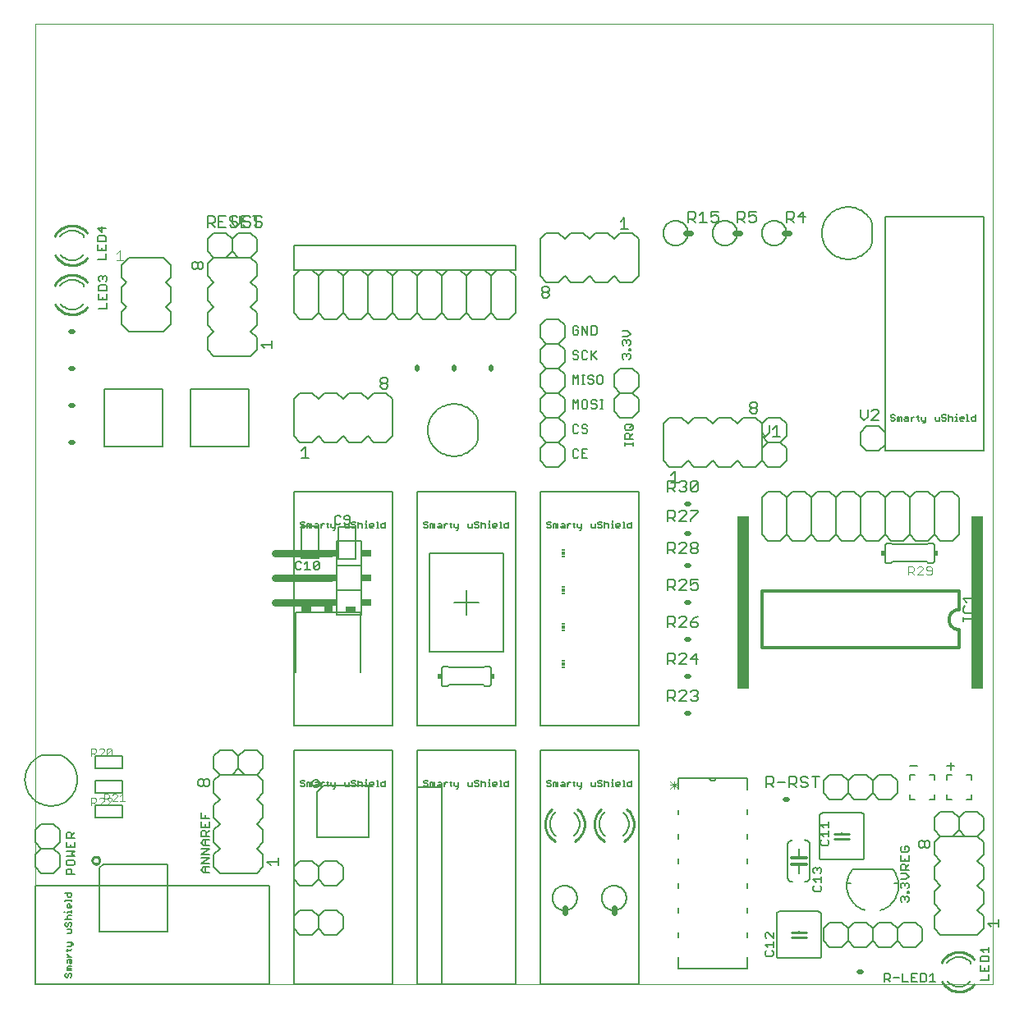
<source format=gto>
G75*
%MOIN*%
%OFA0B0*%
%FSLAX24Y24*%
%IPPOS*%
%LPD*%
%AMOC8*
5,1,8,0,0,1.08239X$1,22.5*
%
%ADD10C,0.0000*%
%ADD11C,0.0060*%
%ADD12C,0.0100*%
%ADD13C,0.0050*%
%ADD14C,0.0200*%
%ADD15C,0.0030*%
%ADD16C,0.0120*%
%ADD17R,0.0150X0.0200*%
%ADD18R,0.0500X0.7000*%
%ADD19C,0.0240*%
%ADD20R,0.0118X0.0059*%
%ADD21R,0.0118X0.0118*%
%ADD22C,0.0040*%
%ADD23R,0.0449X0.0236*%
%ADD24R,0.0346X0.0394*%
%ADD25C,0.0300*%
%ADD26R,0.0200X0.0300*%
%ADD27R,0.0400X0.0300*%
D10*
X000535Y000450D02*
X000535Y039446D01*
X039405Y039446D01*
X039405Y000450D01*
X000535Y000450D01*
D11*
X003155Y002570D02*
X003155Y005190D01*
X003295Y005330D01*
X005915Y005330D01*
X005915Y002570D01*
X003155Y002570D01*
X002135Y004900D02*
X001795Y004900D01*
X001795Y005070D01*
X001851Y005127D01*
X001965Y005127D01*
X002022Y005070D01*
X002022Y004900D01*
X002078Y005268D02*
X001851Y005268D01*
X001795Y005325D01*
X001795Y005438D01*
X001851Y005495D01*
X002078Y005495D01*
X002135Y005438D01*
X002135Y005325D01*
X002078Y005268D01*
X002135Y005637D02*
X001795Y005637D01*
X001795Y005863D02*
X002135Y005863D01*
X002022Y005750D01*
X002135Y005637D01*
X002135Y006005D02*
X001795Y006005D01*
X001795Y006232D01*
X001795Y006373D02*
X001795Y006543D01*
X001851Y006600D01*
X001965Y006600D01*
X002022Y006543D01*
X002022Y006373D01*
X002135Y006373D02*
X001795Y006373D01*
X002022Y006487D02*
X002135Y006600D01*
X002135Y006232D02*
X002135Y006005D01*
X001965Y006005D02*
X001965Y006118D01*
X001535Y006200D02*
X001535Y006700D01*
X001285Y006950D01*
X000785Y006950D01*
X000535Y006700D01*
X000535Y006200D01*
X000785Y005950D01*
X001285Y005950D01*
X001535Y006200D01*
X001285Y005950D02*
X001535Y005700D01*
X001535Y005200D01*
X001285Y004950D01*
X000785Y004950D01*
X000535Y005200D01*
X000535Y005700D01*
X000785Y005950D01*
X007265Y005943D02*
X007605Y005943D01*
X007265Y005717D01*
X007605Y005717D01*
X007605Y005575D02*
X007265Y005575D01*
X007265Y005348D02*
X007605Y005575D01*
X007785Y005700D02*
X008035Y005950D01*
X007785Y006200D01*
X007785Y006700D01*
X008035Y006950D01*
X007785Y007200D01*
X007785Y007700D01*
X008035Y007950D01*
X007785Y008200D01*
X007785Y008700D01*
X008035Y008950D01*
X008535Y008950D01*
X008785Y009200D01*
X009035Y008950D01*
X009535Y008950D01*
X009785Y009200D01*
X009785Y009700D01*
X009535Y009950D01*
X009035Y009950D01*
X008785Y009700D01*
X008785Y009200D01*
X008785Y009700D01*
X008535Y009950D01*
X008035Y009950D01*
X007785Y009700D01*
X007785Y009200D01*
X008035Y008950D01*
X009535Y008950D01*
X009785Y008700D01*
X009785Y008200D01*
X009535Y007950D01*
X009785Y007700D01*
X009785Y007200D01*
X009535Y006950D01*
X009785Y006700D01*
X009785Y006200D01*
X009535Y005950D01*
X009785Y005700D01*
X009785Y005200D01*
X009535Y004950D01*
X008035Y004950D01*
X007785Y005200D01*
X007785Y005700D01*
X007605Y005348D02*
X007265Y005348D01*
X007378Y005207D02*
X007605Y005207D01*
X007435Y005207D02*
X007435Y004980D01*
X007378Y004980D02*
X007265Y005093D01*
X007378Y005207D01*
X007378Y004980D02*
X007605Y004980D01*
X007605Y006085D02*
X007378Y006085D01*
X007265Y006198D01*
X007378Y006312D01*
X007605Y006312D01*
X007605Y006453D02*
X007265Y006453D01*
X007265Y006623D01*
X007321Y006680D01*
X007435Y006680D01*
X007492Y006623D01*
X007492Y006453D01*
X007492Y006567D02*
X007605Y006680D01*
X007605Y006822D02*
X007265Y006822D01*
X007265Y007048D01*
X007265Y007190D02*
X007265Y007417D01*
X007435Y007303D02*
X007435Y007190D01*
X007605Y007190D02*
X007265Y007190D01*
X007435Y006935D02*
X007435Y006822D01*
X007605Y006822D02*
X007605Y007048D01*
X007435Y006312D02*
X007435Y006085D01*
X011035Y005200D02*
X011035Y004700D01*
X011285Y004450D01*
X011785Y004450D01*
X012035Y004700D01*
X012035Y005200D01*
X011785Y005450D01*
X011285Y005450D01*
X011035Y005200D01*
X012035Y005200D02*
X012285Y005450D01*
X012785Y005450D01*
X013035Y005200D01*
X013035Y004700D01*
X012785Y004450D01*
X012285Y004450D01*
X012035Y004700D01*
X011785Y003450D02*
X011285Y003450D01*
X011035Y003200D01*
X011035Y002700D01*
X011285Y002450D01*
X011785Y002450D01*
X012035Y002700D01*
X012285Y002450D01*
X012785Y002450D01*
X013035Y002700D01*
X013035Y003200D01*
X012785Y003450D01*
X012285Y003450D01*
X012035Y003200D01*
X012035Y002700D01*
X012035Y003200D02*
X011785Y003450D01*
X017135Y012550D02*
X017285Y012550D01*
X017335Y012600D01*
X018735Y012600D01*
X018785Y012550D01*
X018935Y012550D01*
X018952Y012552D01*
X018969Y012556D01*
X018985Y012563D01*
X018999Y012573D01*
X019012Y012586D01*
X019022Y012600D01*
X019029Y012616D01*
X019033Y012633D01*
X019035Y012650D01*
X019035Y013250D01*
X019033Y013267D01*
X019029Y013284D01*
X019022Y013300D01*
X019012Y013314D01*
X018999Y013327D01*
X018985Y013337D01*
X018969Y013344D01*
X018952Y013348D01*
X018935Y013350D01*
X018785Y013350D01*
X018735Y013300D01*
X017335Y013300D01*
X017285Y013350D01*
X017135Y013350D01*
X017118Y013348D01*
X017101Y013344D01*
X017085Y013337D01*
X017071Y013327D01*
X017058Y013314D01*
X017048Y013300D01*
X017041Y013284D01*
X017037Y013267D01*
X017035Y013250D01*
X017035Y012650D01*
X017037Y012633D01*
X017041Y012616D01*
X017048Y012600D01*
X017058Y012586D01*
X017071Y012573D01*
X017085Y012563D01*
X017101Y012556D01*
X017118Y012552D01*
X017135Y012550D01*
X013760Y013115D02*
X013760Y015563D01*
X011110Y015563D01*
X011110Y013115D01*
X012785Y015450D02*
X013785Y015450D01*
X013785Y016450D01*
X013785Y017450D01*
X013785Y018450D01*
X012785Y018450D01*
X012785Y017450D01*
X012785Y016450D01*
X012785Y015450D01*
X012785Y016450D02*
X013785Y016450D01*
X013785Y017450D02*
X012785Y017450D01*
X012074Y017337D02*
X012017Y017280D01*
X011903Y017280D01*
X011847Y017337D01*
X012074Y017564D01*
X012074Y017337D01*
X012074Y017564D02*
X012017Y017620D01*
X011903Y017620D01*
X011847Y017564D01*
X011847Y017337D01*
X011705Y017280D02*
X011478Y017280D01*
X011592Y017280D02*
X011592Y017620D01*
X011478Y017507D01*
X011337Y017564D02*
X011280Y017620D01*
X011167Y017620D01*
X011110Y017564D01*
X011110Y017337D01*
X011167Y017280D01*
X011280Y017280D01*
X011337Y017337D01*
X012772Y019130D02*
X012885Y019130D01*
X012942Y019187D01*
X013083Y019187D02*
X013140Y019130D01*
X013254Y019130D01*
X013310Y019187D01*
X013310Y019414D01*
X013254Y019470D01*
X013140Y019470D01*
X013083Y019414D01*
X013083Y019357D01*
X013140Y019300D01*
X013310Y019300D01*
X012942Y019414D02*
X012885Y019470D01*
X012772Y019470D01*
X012715Y019414D01*
X012715Y019187D01*
X012772Y019130D01*
X012785Y022450D02*
X012285Y022450D01*
X012035Y022700D01*
X011785Y022450D01*
X011285Y022450D01*
X011035Y022700D01*
X011035Y024200D01*
X011285Y024450D01*
X011785Y024450D01*
X012035Y024200D01*
X012285Y024450D01*
X012785Y024450D01*
X013035Y024200D01*
X013285Y024450D01*
X013785Y024450D01*
X014035Y024200D01*
X014285Y024450D01*
X014785Y024450D01*
X015035Y024200D01*
X015035Y022700D01*
X014785Y022450D01*
X014285Y022450D01*
X014035Y022700D01*
X013785Y022450D01*
X013285Y022450D01*
X013035Y022700D01*
X012785Y022450D01*
X009285Y025950D02*
X009535Y026200D01*
X009535Y026700D01*
X009285Y026950D01*
X009535Y027200D01*
X009535Y027700D01*
X009285Y027950D01*
X009535Y028200D01*
X009535Y028700D01*
X009285Y028950D01*
X009535Y029200D01*
X009535Y029700D01*
X009285Y029950D01*
X008785Y029950D01*
X008535Y030200D01*
X008535Y030700D01*
X008785Y030950D01*
X009285Y030950D01*
X009535Y030700D01*
X009535Y030200D01*
X009285Y029950D01*
X007785Y029950D01*
X008285Y029950D01*
X008535Y030200D01*
X008535Y030700D01*
X008285Y030950D01*
X007785Y030950D01*
X007535Y030700D01*
X007535Y030200D01*
X007785Y029950D01*
X007535Y029700D01*
X007535Y029200D01*
X007785Y028950D01*
X007535Y028700D01*
X007535Y028200D01*
X007785Y027950D01*
X007535Y027700D01*
X007535Y027200D01*
X007785Y026950D01*
X007535Y026700D01*
X007535Y026200D01*
X007785Y025950D01*
X009285Y025950D01*
X011035Y027700D02*
X011035Y029200D01*
X011285Y029450D01*
X011785Y029450D01*
X012035Y029200D01*
X012035Y027700D01*
X012285Y027450D01*
X012785Y027450D01*
X013035Y027700D01*
X013035Y029200D01*
X013285Y029450D01*
X013785Y029450D01*
X014035Y029200D01*
X014035Y027700D01*
X014285Y027450D01*
X014785Y027450D01*
X015035Y027700D01*
X015035Y029200D01*
X015285Y029450D01*
X015785Y029450D01*
X016035Y029200D01*
X016035Y027700D01*
X016285Y027450D01*
X016785Y027450D01*
X017035Y027700D01*
X017035Y029200D01*
X017285Y029450D01*
X017785Y029450D01*
X018035Y029200D01*
X018035Y027700D01*
X017785Y027450D01*
X017285Y027450D01*
X017035Y027700D01*
X016035Y027700D02*
X015785Y027450D01*
X015285Y027450D01*
X015035Y027700D01*
X014035Y027700D02*
X013785Y027450D01*
X013285Y027450D01*
X013035Y027700D01*
X012035Y027700D02*
X011785Y027450D01*
X011285Y027450D01*
X011035Y027700D01*
X012035Y029200D02*
X012285Y029450D01*
X012785Y029450D01*
X013035Y029200D01*
X014035Y029200D02*
X014285Y029450D01*
X014785Y029450D01*
X015035Y029200D01*
X016035Y029200D02*
X016285Y029450D01*
X016785Y029450D01*
X017035Y029200D01*
X018035Y029200D02*
X018285Y029450D01*
X018785Y029450D01*
X019035Y029200D01*
X019285Y029450D01*
X019785Y029450D01*
X020035Y029200D01*
X020035Y027700D01*
X019785Y027450D01*
X019285Y027450D01*
X019035Y027700D01*
X019035Y029200D01*
X019035Y027700D02*
X018785Y027450D01*
X018285Y027450D01*
X018035Y027700D01*
X021035Y027200D02*
X021035Y026700D01*
X021285Y026450D01*
X021035Y026200D01*
X021035Y025700D01*
X021285Y025450D01*
X021785Y025450D01*
X022035Y025700D01*
X022035Y026200D01*
X021785Y026450D01*
X021285Y026450D01*
X021785Y026450D02*
X022035Y026700D01*
X022035Y027200D01*
X021785Y027450D01*
X021285Y027450D01*
X021035Y027200D01*
X022365Y027114D02*
X022365Y026887D01*
X022422Y026830D01*
X022535Y026830D01*
X022592Y026887D01*
X022592Y027000D01*
X022479Y027000D01*
X022592Y027114D02*
X022535Y027170D01*
X022422Y027170D01*
X022365Y027114D01*
X022733Y027170D02*
X022733Y026830D01*
X022960Y026830D02*
X022733Y027170D01*
X022960Y027170D02*
X022960Y026830D01*
X023102Y026830D02*
X023272Y026830D01*
X023329Y026887D01*
X023329Y027114D01*
X023272Y027170D01*
X023102Y027170D01*
X023102Y026830D01*
X023102Y026170D02*
X023102Y025830D01*
X023102Y025943D02*
X023329Y026170D01*
X023158Y026000D02*
X023329Y025830D01*
X022960Y025887D02*
X022904Y025830D01*
X022790Y025830D01*
X022733Y025887D01*
X022733Y026114D01*
X022790Y026170D01*
X022904Y026170D01*
X022960Y026114D01*
X022592Y026114D02*
X022535Y026170D01*
X022422Y026170D01*
X022365Y026114D01*
X022365Y026057D01*
X022422Y026000D01*
X022535Y026000D01*
X022592Y025943D01*
X022592Y025887D01*
X022535Y025830D01*
X022422Y025830D01*
X022365Y025887D01*
X021785Y025450D02*
X022035Y025200D01*
X022035Y024700D01*
X021785Y024450D01*
X022035Y024200D01*
X022035Y023700D01*
X021785Y023450D01*
X022035Y023200D01*
X022035Y022700D01*
X021785Y022450D01*
X022035Y022200D01*
X022035Y021700D01*
X021785Y021450D01*
X021285Y021450D01*
X021035Y021700D01*
X021035Y022200D01*
X021285Y022450D01*
X021035Y022700D01*
X021035Y023200D01*
X021285Y023450D01*
X021035Y023700D01*
X021035Y024200D01*
X021285Y024450D01*
X021035Y024700D01*
X021035Y025200D01*
X021285Y025450D01*
X022365Y025170D02*
X022365Y024830D01*
X022592Y024830D02*
X022592Y025170D01*
X022479Y025057D01*
X022365Y025170D01*
X022733Y025170D02*
X022847Y025170D01*
X022790Y025170D02*
X022790Y024830D01*
X022733Y024830D02*
X022847Y024830D01*
X022979Y024887D02*
X023036Y024830D01*
X023149Y024830D01*
X023206Y024887D01*
X023206Y024943D01*
X023149Y025000D01*
X023036Y025000D01*
X022979Y025057D01*
X022979Y025114D01*
X023036Y025170D01*
X023149Y025170D01*
X023206Y025114D01*
X023347Y025114D02*
X023347Y024887D01*
X023404Y024830D01*
X023517Y024830D01*
X023574Y024887D01*
X023574Y025114D01*
X023517Y025170D01*
X023404Y025170D01*
X023347Y025114D01*
X024035Y025200D02*
X024035Y024700D01*
X024285Y024450D01*
X024785Y024450D01*
X025035Y024700D01*
X025035Y025200D01*
X024785Y025450D01*
X024285Y025450D01*
X024035Y025200D01*
X024421Y025830D02*
X024365Y025887D01*
X024365Y026000D01*
X024421Y026057D01*
X024478Y026057D01*
X024535Y026000D01*
X024592Y026057D01*
X024648Y026057D01*
X024705Y026000D01*
X024705Y025887D01*
X024648Y025830D01*
X024535Y025943D02*
X024535Y026000D01*
X024648Y026198D02*
X024648Y026255D01*
X024705Y026255D01*
X024705Y026198D01*
X024648Y026198D01*
X024648Y026382D02*
X024705Y026439D01*
X024705Y026553D01*
X024648Y026609D01*
X024592Y026609D01*
X024535Y026553D01*
X024535Y026496D01*
X024535Y026553D02*
X024478Y026609D01*
X024421Y026609D01*
X024365Y026553D01*
X024365Y026439D01*
X024421Y026382D01*
X024365Y026751D02*
X024592Y026751D01*
X024705Y026864D01*
X024592Y026978D01*
X024365Y026978D01*
X024285Y028950D02*
X024035Y029200D01*
X023785Y028950D01*
X023285Y028950D01*
X023035Y029200D01*
X022785Y028950D01*
X022285Y028950D01*
X022035Y029200D01*
X021785Y028950D01*
X021285Y028950D01*
X021035Y029200D01*
X021035Y030700D01*
X021285Y030950D01*
X021785Y030950D01*
X022035Y030700D01*
X022285Y030950D01*
X022785Y030950D01*
X023035Y030700D01*
X023285Y030950D01*
X023785Y030950D01*
X024035Y030700D01*
X024285Y030950D01*
X024785Y030950D01*
X025035Y030700D01*
X025035Y029200D01*
X024785Y028950D01*
X024285Y028950D01*
X026035Y030950D02*
X026037Y030994D01*
X026043Y031038D01*
X026053Y031081D01*
X026066Y031123D01*
X026083Y031164D01*
X026104Y031203D01*
X026128Y031240D01*
X026155Y031275D01*
X026185Y031307D01*
X026218Y031337D01*
X026254Y031363D01*
X026291Y031387D01*
X026331Y031406D01*
X026372Y031423D01*
X026415Y031435D01*
X026458Y031444D01*
X026502Y031449D01*
X026546Y031450D01*
X026590Y031447D01*
X026634Y031440D01*
X026677Y031429D01*
X026719Y031415D01*
X026759Y031397D01*
X026798Y031375D01*
X026834Y031351D01*
X026868Y031323D01*
X026900Y031292D01*
X026929Y031258D01*
X026955Y031222D01*
X026977Y031184D01*
X026996Y031144D01*
X027011Y031102D01*
X027023Y031060D01*
X027031Y031016D01*
X027035Y030972D01*
X027035Y030928D01*
X027031Y030884D01*
X027023Y030840D01*
X027011Y030798D01*
X026996Y030756D01*
X026977Y030716D01*
X026955Y030678D01*
X026929Y030642D01*
X026900Y030608D01*
X026868Y030577D01*
X026834Y030549D01*
X026798Y030525D01*
X026759Y030503D01*
X026719Y030485D01*
X026677Y030471D01*
X026634Y030460D01*
X026590Y030453D01*
X026546Y030450D01*
X026502Y030451D01*
X026458Y030456D01*
X026415Y030465D01*
X026372Y030477D01*
X026331Y030494D01*
X026291Y030513D01*
X026254Y030537D01*
X026218Y030563D01*
X026185Y030593D01*
X026155Y030625D01*
X026128Y030660D01*
X026104Y030697D01*
X026083Y030736D01*
X026066Y030777D01*
X026053Y030819D01*
X026043Y030862D01*
X026037Y030906D01*
X026035Y030950D01*
X028035Y030950D02*
X028037Y030994D01*
X028043Y031038D01*
X028053Y031081D01*
X028066Y031123D01*
X028083Y031164D01*
X028104Y031203D01*
X028128Y031240D01*
X028155Y031275D01*
X028185Y031307D01*
X028218Y031337D01*
X028254Y031363D01*
X028291Y031387D01*
X028331Y031406D01*
X028372Y031423D01*
X028415Y031435D01*
X028458Y031444D01*
X028502Y031449D01*
X028546Y031450D01*
X028590Y031447D01*
X028634Y031440D01*
X028677Y031429D01*
X028719Y031415D01*
X028759Y031397D01*
X028798Y031375D01*
X028834Y031351D01*
X028868Y031323D01*
X028900Y031292D01*
X028929Y031258D01*
X028955Y031222D01*
X028977Y031184D01*
X028996Y031144D01*
X029011Y031102D01*
X029023Y031060D01*
X029031Y031016D01*
X029035Y030972D01*
X029035Y030928D01*
X029031Y030884D01*
X029023Y030840D01*
X029011Y030798D01*
X028996Y030756D01*
X028977Y030716D01*
X028955Y030678D01*
X028929Y030642D01*
X028900Y030608D01*
X028868Y030577D01*
X028834Y030549D01*
X028798Y030525D01*
X028759Y030503D01*
X028719Y030485D01*
X028677Y030471D01*
X028634Y030460D01*
X028590Y030453D01*
X028546Y030450D01*
X028502Y030451D01*
X028458Y030456D01*
X028415Y030465D01*
X028372Y030477D01*
X028331Y030494D01*
X028291Y030513D01*
X028254Y030537D01*
X028218Y030563D01*
X028185Y030593D01*
X028155Y030625D01*
X028128Y030660D01*
X028104Y030697D01*
X028083Y030736D01*
X028066Y030777D01*
X028053Y030819D01*
X028043Y030862D01*
X028037Y030906D01*
X028035Y030950D01*
X030035Y030950D02*
X030037Y030994D01*
X030043Y031038D01*
X030053Y031081D01*
X030066Y031123D01*
X030083Y031164D01*
X030104Y031203D01*
X030128Y031240D01*
X030155Y031275D01*
X030185Y031307D01*
X030218Y031337D01*
X030254Y031363D01*
X030291Y031387D01*
X030331Y031406D01*
X030372Y031423D01*
X030415Y031435D01*
X030458Y031444D01*
X030502Y031449D01*
X030546Y031450D01*
X030590Y031447D01*
X030634Y031440D01*
X030677Y031429D01*
X030719Y031415D01*
X030759Y031397D01*
X030798Y031375D01*
X030834Y031351D01*
X030868Y031323D01*
X030900Y031292D01*
X030929Y031258D01*
X030955Y031222D01*
X030977Y031184D01*
X030996Y031144D01*
X031011Y031102D01*
X031023Y031060D01*
X031031Y031016D01*
X031035Y030972D01*
X031035Y030928D01*
X031031Y030884D01*
X031023Y030840D01*
X031011Y030798D01*
X030996Y030756D01*
X030977Y030716D01*
X030955Y030678D01*
X030929Y030642D01*
X030900Y030608D01*
X030868Y030577D01*
X030834Y030549D01*
X030798Y030525D01*
X030759Y030503D01*
X030719Y030485D01*
X030677Y030471D01*
X030634Y030460D01*
X030590Y030453D01*
X030546Y030450D01*
X030502Y030451D01*
X030458Y030456D01*
X030415Y030465D01*
X030372Y030477D01*
X030331Y030494D01*
X030291Y030513D01*
X030254Y030537D01*
X030218Y030563D01*
X030185Y030593D01*
X030155Y030625D01*
X030128Y030660D01*
X030104Y030697D01*
X030083Y030736D01*
X030066Y030777D01*
X030053Y030819D01*
X030043Y030862D01*
X030037Y030906D01*
X030035Y030950D01*
X024785Y024450D02*
X025035Y024200D01*
X025035Y023700D01*
X024785Y023450D01*
X024285Y023450D01*
X024035Y023700D01*
X024035Y024200D01*
X024285Y024450D01*
X023583Y024170D02*
X023470Y024170D01*
X023527Y024170D02*
X023527Y023830D01*
X023583Y023830D02*
X023470Y023830D01*
X023329Y023887D02*
X023272Y023830D01*
X023158Y023830D01*
X023102Y023887D01*
X023158Y024000D02*
X023272Y024000D01*
X023329Y023943D01*
X023329Y023887D01*
X023158Y024000D02*
X023102Y024057D01*
X023102Y024114D01*
X023158Y024170D01*
X023272Y024170D01*
X023329Y024114D01*
X022960Y024114D02*
X022904Y024170D01*
X022790Y024170D01*
X022733Y024114D01*
X022733Y023887D01*
X022790Y023830D01*
X022904Y023830D01*
X022960Y023887D01*
X022960Y024114D01*
X022592Y024170D02*
X022592Y023830D01*
X022365Y023830D02*
X022365Y024170D01*
X022479Y024057D01*
X022592Y024170D01*
X021785Y024450D02*
X021285Y024450D01*
X021285Y023450D02*
X021785Y023450D01*
X022365Y023114D02*
X022365Y022887D01*
X022422Y022830D01*
X022535Y022830D01*
X022592Y022887D01*
X022733Y022887D02*
X022790Y022830D01*
X022904Y022830D01*
X022960Y022887D01*
X022960Y022943D01*
X022904Y023000D01*
X022790Y023000D01*
X022733Y023057D01*
X022733Y023114D01*
X022790Y023170D01*
X022904Y023170D01*
X022960Y023114D01*
X022592Y023114D02*
X022535Y023170D01*
X022422Y023170D01*
X022365Y023114D01*
X021785Y022450D02*
X021285Y022450D01*
X022365Y022114D02*
X022365Y021887D01*
X022422Y021830D01*
X022535Y021830D01*
X022592Y021887D01*
X022733Y021830D02*
X022960Y021830D01*
X022847Y022000D02*
X022733Y022000D01*
X022733Y022170D02*
X022733Y021830D01*
X022592Y022114D02*
X022535Y022170D01*
X022422Y022170D01*
X022365Y022114D01*
X022733Y022170D02*
X022960Y022170D01*
X024465Y022330D02*
X024465Y022443D01*
X024465Y022387D02*
X024805Y022387D01*
X024805Y022443D02*
X024805Y022330D01*
X024805Y022576D02*
X024465Y022576D01*
X024465Y022746D01*
X024521Y022802D01*
X024635Y022802D01*
X024692Y022746D01*
X024692Y022576D01*
X024692Y022689D02*
X024805Y022802D01*
X024748Y022944D02*
X024805Y023001D01*
X024805Y023114D01*
X024748Y023171D01*
X024521Y023171D01*
X024465Y023114D01*
X024465Y023001D01*
X024521Y022944D01*
X024748Y022944D01*
X024692Y023057D02*
X024805Y023171D01*
X026035Y023200D02*
X026035Y021700D01*
X026285Y021450D01*
X026785Y021450D01*
X027035Y021700D01*
X027285Y021450D01*
X027785Y021450D01*
X028035Y021700D01*
X028285Y021450D01*
X028785Y021450D01*
X029035Y021700D01*
X029285Y021450D01*
X029785Y021450D01*
X030035Y021700D01*
X030285Y021450D01*
X030785Y021450D01*
X031035Y021700D01*
X031035Y022200D01*
X030785Y022450D01*
X030285Y022450D01*
X030035Y022200D01*
X030035Y021700D01*
X030035Y023200D01*
X030285Y023450D01*
X030785Y023450D01*
X031035Y023200D01*
X031035Y022700D01*
X030785Y022450D01*
X030285Y022450D01*
X030035Y022700D01*
X030035Y023200D01*
X029785Y023450D01*
X029285Y023450D01*
X029035Y023200D01*
X028785Y023450D01*
X028285Y023450D01*
X028035Y023200D01*
X027785Y023450D01*
X027285Y023450D01*
X027035Y023200D01*
X026785Y023450D01*
X026285Y023450D01*
X026035Y023200D01*
X030035Y020200D02*
X030285Y020450D01*
X030785Y020450D01*
X031035Y020200D01*
X031035Y018700D01*
X031285Y018450D01*
X031785Y018450D01*
X032035Y018700D01*
X032035Y020200D01*
X032285Y020450D01*
X032785Y020450D01*
X033035Y020200D01*
X033035Y018700D01*
X033285Y018450D01*
X033785Y018450D01*
X034035Y018700D01*
X034035Y020200D01*
X034285Y020450D01*
X034785Y020450D01*
X035035Y020200D01*
X035035Y018700D01*
X035285Y018450D01*
X035785Y018450D01*
X036035Y018700D01*
X036035Y020200D01*
X036285Y020450D01*
X036785Y020450D01*
X037035Y020200D01*
X037285Y020450D01*
X037785Y020450D01*
X038035Y020200D01*
X038035Y018700D01*
X037785Y018450D01*
X037285Y018450D01*
X037035Y018700D01*
X037035Y020200D01*
X036035Y020200D02*
X035785Y020450D01*
X035285Y020450D01*
X035035Y020200D01*
X034035Y020200D02*
X033785Y020450D01*
X033285Y020450D01*
X033035Y020200D01*
X032035Y020200D02*
X031785Y020450D01*
X031285Y020450D01*
X031035Y020200D01*
X030035Y020200D02*
X030035Y018700D01*
X030285Y018450D01*
X030785Y018450D01*
X031035Y018700D01*
X032035Y018700D02*
X032285Y018450D01*
X032785Y018450D01*
X033035Y018700D01*
X034035Y018700D02*
X034285Y018450D01*
X034785Y018450D01*
X035035Y018700D01*
X035135Y018350D02*
X035285Y018350D01*
X035335Y018300D01*
X036735Y018300D01*
X036785Y018350D01*
X036935Y018350D01*
X036952Y018348D01*
X036969Y018344D01*
X036985Y018337D01*
X036999Y018327D01*
X037012Y018314D01*
X037022Y018300D01*
X037029Y018284D01*
X037033Y018267D01*
X037035Y018250D01*
X037035Y017650D01*
X037033Y017633D01*
X037029Y017616D01*
X037022Y017600D01*
X037012Y017586D01*
X036999Y017573D01*
X036985Y017563D01*
X036969Y017556D01*
X036952Y017552D01*
X036935Y017550D01*
X036785Y017550D01*
X036735Y017600D01*
X035335Y017600D01*
X035285Y017550D01*
X035135Y017550D01*
X035118Y017552D01*
X035101Y017556D01*
X035085Y017563D01*
X035071Y017573D01*
X035058Y017586D01*
X035048Y017600D01*
X035041Y017616D01*
X035037Y017633D01*
X035035Y017650D01*
X035035Y018250D01*
X035037Y018267D01*
X035041Y018284D01*
X035048Y018300D01*
X035058Y018314D01*
X035071Y018327D01*
X035085Y018337D01*
X035101Y018344D01*
X035118Y018348D01*
X035135Y018350D01*
X036035Y018700D02*
X036285Y018450D01*
X036785Y018450D01*
X037035Y018700D01*
X034785Y022100D02*
X034285Y022100D01*
X034035Y022350D01*
X034035Y022850D01*
X034285Y023100D01*
X034785Y023100D01*
X035035Y022850D01*
X035035Y022350D01*
X034785Y022100D01*
X034785Y008950D02*
X035285Y008950D01*
X035535Y008700D01*
X035535Y008200D01*
X035285Y007950D01*
X034785Y007950D01*
X034535Y008200D01*
X034285Y007950D01*
X033785Y007950D01*
X033535Y008200D01*
X033285Y007950D01*
X032785Y007950D01*
X032535Y008200D01*
X032535Y008700D01*
X032785Y008950D01*
X033285Y008950D01*
X033535Y008700D01*
X033785Y008950D01*
X034285Y008950D01*
X034535Y008700D01*
X034785Y008950D01*
X034535Y008700D02*
X034535Y008200D01*
X034085Y007400D02*
X032485Y007400D01*
X032468Y007398D01*
X032451Y007394D01*
X032435Y007387D01*
X032421Y007377D01*
X032408Y007364D01*
X032398Y007350D01*
X032391Y007334D01*
X032387Y007317D01*
X032385Y007300D01*
X032385Y005600D01*
X032387Y005583D01*
X032391Y005566D01*
X032398Y005550D01*
X032408Y005536D01*
X032421Y005523D01*
X032435Y005513D01*
X032451Y005506D01*
X032468Y005502D01*
X032485Y005500D01*
X034085Y005500D01*
X034102Y005502D01*
X034119Y005506D01*
X034135Y005513D01*
X034149Y005523D01*
X034162Y005536D01*
X034172Y005550D01*
X034179Y005566D01*
X034183Y005583D01*
X034185Y005600D01*
X034185Y007300D01*
X034183Y007317D01*
X034179Y007334D01*
X034172Y007350D01*
X034162Y007364D01*
X034149Y007377D01*
X034135Y007387D01*
X034119Y007394D01*
X034102Y007398D01*
X034085Y007400D01*
X033535Y008200D02*
X033535Y008700D01*
X032755Y007043D02*
X032755Y006817D01*
X032755Y006930D02*
X032415Y006930D01*
X032528Y006817D01*
X032755Y006675D02*
X032755Y006448D01*
X032755Y006562D02*
X032415Y006562D01*
X032528Y006448D01*
X032471Y006307D02*
X032415Y006250D01*
X032415Y006137D01*
X032471Y006080D01*
X032698Y006080D01*
X032755Y006137D01*
X032755Y006250D01*
X032698Y006307D01*
X033285Y006300D02*
X033285Y006350D01*
X033285Y006550D02*
X033285Y006600D01*
X032398Y005189D02*
X032342Y005189D01*
X032285Y005132D01*
X032285Y005075D01*
X032285Y005132D02*
X032228Y005189D01*
X032171Y005189D01*
X032115Y005132D01*
X032115Y005018D01*
X032171Y004962D01*
X032398Y004962D02*
X032455Y005018D01*
X032455Y005132D01*
X032398Y005189D01*
X032455Y004820D02*
X032455Y004593D01*
X032455Y004707D02*
X032115Y004707D01*
X032228Y004593D01*
X032171Y004452D02*
X032115Y004395D01*
X032115Y004282D01*
X032171Y004225D01*
X032398Y004225D01*
X032455Y004282D01*
X032455Y004395D01*
X032398Y004452D01*
X031985Y004800D02*
X031985Y006100D01*
X031983Y006126D01*
X031978Y006152D01*
X031970Y006177D01*
X031958Y006200D01*
X031944Y006222D01*
X031926Y006241D01*
X031907Y006259D01*
X031885Y006273D01*
X031862Y006285D01*
X031837Y006293D01*
X031811Y006298D01*
X031785Y006300D01*
X031535Y005950D02*
X031535Y005570D01*
X031535Y005320D02*
X031535Y004950D01*
X031285Y004600D02*
X031259Y004602D01*
X031233Y004607D01*
X031208Y004615D01*
X031185Y004627D01*
X031163Y004641D01*
X031144Y004659D01*
X031126Y004678D01*
X031112Y004700D01*
X031100Y004723D01*
X031092Y004748D01*
X031087Y004774D01*
X031085Y004800D01*
X031085Y006100D01*
X031087Y006126D01*
X031092Y006152D01*
X031100Y006177D01*
X031112Y006200D01*
X031126Y006222D01*
X031144Y006241D01*
X031163Y006259D01*
X031185Y006273D01*
X031208Y006285D01*
X031233Y006293D01*
X031259Y006298D01*
X031285Y006300D01*
X031985Y004800D02*
X031983Y004774D01*
X031978Y004748D01*
X031970Y004723D01*
X031958Y004700D01*
X031944Y004678D01*
X031926Y004659D01*
X031907Y004641D01*
X031885Y004627D01*
X031862Y004615D01*
X031837Y004607D01*
X031811Y004602D01*
X031785Y004600D01*
X032335Y003400D02*
X030735Y003400D01*
X030718Y003398D01*
X030701Y003394D01*
X030685Y003387D01*
X030671Y003377D01*
X030658Y003364D01*
X030648Y003350D01*
X030641Y003334D01*
X030637Y003317D01*
X030635Y003300D01*
X030635Y001600D01*
X030637Y001583D01*
X030641Y001566D01*
X030648Y001550D01*
X030658Y001536D01*
X030671Y001523D01*
X030685Y001513D01*
X030701Y001506D01*
X030718Y001502D01*
X030735Y001500D01*
X032335Y001500D01*
X032352Y001502D01*
X032369Y001506D01*
X032385Y001513D01*
X032399Y001523D01*
X032412Y001536D01*
X032422Y001550D01*
X032429Y001566D01*
X032433Y001583D01*
X032435Y001600D01*
X032435Y003300D01*
X032433Y003317D01*
X032429Y003334D01*
X032422Y003350D01*
X032412Y003364D01*
X032399Y003377D01*
X032385Y003387D01*
X032369Y003394D01*
X032352Y003398D01*
X032335Y003400D01*
X032785Y002950D02*
X032535Y002700D01*
X032535Y002200D01*
X032785Y001950D01*
X033285Y001950D01*
X033535Y002200D01*
X033785Y001950D01*
X034285Y001950D01*
X034535Y002200D01*
X034535Y002700D01*
X034285Y002950D01*
X033785Y002950D01*
X033535Y002700D01*
X033535Y002200D01*
X033535Y002700D02*
X033285Y002950D01*
X032785Y002950D01*
X031535Y002600D02*
X031535Y002550D01*
X031535Y002350D02*
X031535Y002300D01*
X030505Y002317D02*
X030278Y002543D01*
X030221Y002543D01*
X030165Y002487D01*
X030165Y002373D01*
X030221Y002317D01*
X030165Y002062D02*
X030505Y002062D01*
X030505Y002175D02*
X030505Y001948D01*
X030448Y001807D02*
X030505Y001750D01*
X030505Y001637D01*
X030448Y001580D01*
X030221Y001580D01*
X030165Y001637D01*
X030165Y001750D01*
X030221Y001807D01*
X030278Y001948D02*
X030165Y002062D01*
X030505Y002317D02*
X030505Y002543D01*
X029435Y002540D02*
X029435Y002360D01*
X029435Y001540D02*
X029435Y001070D01*
X026635Y001070D01*
X026635Y001540D01*
X026635Y002360D02*
X026635Y002540D01*
X026635Y003360D02*
X026635Y003540D01*
X026635Y004360D02*
X026635Y004540D01*
X026635Y005360D02*
X026635Y005540D01*
X026635Y006360D02*
X026635Y006540D01*
X026635Y007360D02*
X026635Y007520D01*
X026635Y008380D02*
X026635Y008830D01*
X027915Y008830D01*
X028155Y008830D01*
X029435Y008830D01*
X029435Y008360D01*
X029435Y007540D02*
X029435Y007360D01*
X029435Y006540D02*
X029435Y006360D01*
X029435Y005540D02*
X029435Y005360D01*
X029435Y004540D02*
X029435Y004360D01*
X029435Y003540D02*
X029435Y003360D01*
X033490Y004550D02*
X033648Y004550D01*
X033710Y005100D02*
X035360Y005100D01*
X035665Y005075D02*
X035665Y005245D01*
X035721Y005302D01*
X035835Y005302D01*
X035892Y005245D01*
X035892Y005075D01*
X036005Y005075D02*
X035665Y005075D01*
X035665Y004934D02*
X035892Y004934D01*
X036005Y004820D01*
X035892Y004707D01*
X035665Y004707D01*
X035721Y004565D02*
X035778Y004565D01*
X035835Y004509D01*
X035892Y004565D01*
X035948Y004565D01*
X036005Y004509D01*
X036005Y004395D01*
X035948Y004338D01*
X035948Y004211D02*
X036005Y004211D01*
X036005Y004154D01*
X035948Y004154D01*
X035948Y004211D01*
X035948Y004013D02*
X036005Y003956D01*
X036005Y003843D01*
X035948Y003786D01*
X035835Y003899D02*
X035835Y003956D01*
X035892Y004013D01*
X035948Y004013D01*
X035835Y003956D02*
X035778Y004013D01*
X035721Y004013D01*
X035665Y003956D01*
X035665Y003843D01*
X035721Y003786D01*
X035721Y004338D02*
X035665Y004395D01*
X035665Y004509D01*
X035721Y004565D01*
X035835Y004509D02*
X035835Y004452D01*
X035580Y004550D02*
X035422Y004550D01*
X035892Y005188D02*
X036005Y005302D01*
X036005Y005443D02*
X036005Y005670D01*
X035948Y005812D02*
X036005Y005868D01*
X036005Y005982D01*
X035948Y006039D01*
X035835Y006039D01*
X035835Y005925D01*
X035948Y005812D02*
X035721Y005812D01*
X035665Y005868D01*
X035665Y005982D01*
X035721Y006039D01*
X035665Y005670D02*
X035665Y005443D01*
X036005Y005443D01*
X035835Y005443D02*
X035835Y005557D01*
X037035Y005700D02*
X037285Y005450D01*
X037035Y005200D01*
X037035Y004700D01*
X037285Y004450D01*
X037035Y004200D01*
X037035Y003700D01*
X037285Y003450D01*
X037035Y003200D01*
X037035Y002700D01*
X037285Y002450D01*
X038785Y002450D01*
X039035Y002700D01*
X039035Y003200D01*
X038785Y003450D01*
X039035Y003700D01*
X039035Y004200D01*
X038785Y004450D01*
X039035Y004700D01*
X039035Y005200D01*
X038785Y005450D01*
X039035Y005700D01*
X039035Y006200D01*
X038785Y006450D01*
X038285Y006450D01*
X038035Y006700D01*
X038035Y007200D01*
X038285Y007450D01*
X038785Y007450D01*
X039035Y007200D01*
X039035Y006700D01*
X038785Y006450D01*
X037285Y006450D01*
X037785Y006450D01*
X038035Y006700D01*
X038035Y007200D01*
X037785Y007450D01*
X037285Y007450D01*
X037035Y007200D01*
X037035Y006700D01*
X037285Y006450D01*
X037035Y006200D01*
X037035Y005700D01*
X037035Y007950D02*
X037035Y008150D01*
X037035Y007950D02*
X036835Y007950D01*
X037535Y007950D02*
X037735Y007950D01*
X037535Y007950D02*
X037535Y008150D01*
X037535Y008750D02*
X037535Y008950D01*
X037735Y008950D01*
X038335Y008950D02*
X038535Y008950D01*
X038535Y008750D01*
X038535Y008150D02*
X038535Y007950D01*
X038335Y007950D01*
X037035Y008750D02*
X037035Y008950D01*
X036835Y008950D01*
X036235Y008950D02*
X036035Y008950D01*
X036035Y008750D01*
X036035Y008150D02*
X036035Y007950D01*
X036235Y007950D01*
X035360Y005100D02*
X035397Y005049D01*
X035432Y004996D01*
X035464Y004940D01*
X035492Y004883D01*
X035516Y004824D01*
X035537Y004764D01*
X035554Y004703D01*
X035568Y004641D01*
X035577Y004578D01*
X035583Y004515D01*
X035585Y004451D01*
X035583Y004387D01*
X035577Y004324D01*
X035568Y004261D01*
X035555Y004199D01*
X035537Y004138D01*
X035517Y004078D01*
X035492Y004019D01*
X035464Y003962D01*
X035433Y003906D01*
X035399Y003853D01*
X035361Y003802D01*
X035320Y003753D01*
X035276Y003707D01*
X035230Y003663D01*
X035181Y003622D01*
X035130Y003585D01*
X035076Y003550D01*
X035021Y003519D01*
X034964Y003491D01*
X034905Y003467D01*
X034845Y003447D01*
X034785Y002950D02*
X035285Y002950D01*
X035535Y002700D01*
X035785Y002950D01*
X036285Y002950D01*
X036535Y002700D01*
X036535Y002200D01*
X036285Y001950D01*
X035785Y001950D01*
X035535Y002200D01*
X035285Y001950D01*
X034785Y001950D01*
X034535Y002200D01*
X034535Y002700D02*
X034785Y002950D01*
X035535Y002700D02*
X035535Y002200D01*
X035752Y000880D02*
X035752Y000540D01*
X035979Y000540D01*
X036120Y000540D02*
X036120Y000880D01*
X036347Y000880D01*
X036488Y000880D02*
X036488Y000540D01*
X036659Y000540D01*
X036715Y000597D01*
X036715Y000824D01*
X036659Y000880D01*
X036488Y000880D01*
X036234Y000710D02*
X036120Y000710D01*
X036120Y000540D02*
X036347Y000540D01*
X035610Y000710D02*
X035383Y000710D01*
X035242Y000710D02*
X035185Y000653D01*
X035015Y000653D01*
X035015Y000540D02*
X035015Y000880D01*
X035185Y000880D01*
X035242Y000824D01*
X035242Y000710D01*
X035129Y000653D02*
X035242Y000540D01*
X036857Y000540D02*
X037084Y000540D01*
X036970Y000540D02*
X036970Y000880D01*
X036857Y000767D01*
X038035Y001550D02*
X038082Y001548D01*
X038130Y001542D01*
X038176Y001533D01*
X038222Y001520D01*
X038266Y001504D01*
X038310Y001483D01*
X038351Y001460D01*
X038390Y001434D01*
X038427Y001404D01*
X038462Y001371D01*
X038494Y001336D01*
X038523Y001299D01*
X038915Y001367D02*
X038915Y001537D01*
X038971Y001593D01*
X039198Y001593D01*
X039255Y001537D01*
X039255Y001367D01*
X038915Y001367D01*
X038915Y001225D02*
X038915Y000998D01*
X039255Y000998D01*
X039255Y001225D01*
X039085Y001112D02*
X039085Y000998D01*
X039255Y000857D02*
X039255Y000630D01*
X038915Y000630D01*
X038035Y000350D02*
X037990Y000352D01*
X037944Y000357D01*
X037900Y000365D01*
X037856Y000377D01*
X037813Y000393D01*
X037771Y000411D01*
X037731Y000433D01*
X037693Y000457D01*
X037657Y000484D01*
X037622Y000514D01*
X037591Y000547D01*
X037561Y000582D01*
X038035Y000350D02*
X038080Y000352D01*
X038126Y000357D01*
X038170Y000365D01*
X038214Y000377D01*
X038257Y000393D01*
X038299Y000411D01*
X038339Y000433D01*
X038377Y000457D01*
X038413Y000484D01*
X038448Y000514D01*
X038479Y000547D01*
X038509Y000582D01*
X038035Y001550D02*
X037989Y001548D01*
X037943Y001543D01*
X037897Y001534D01*
X037852Y001522D01*
X037809Y001506D01*
X037767Y001487D01*
X037726Y001464D01*
X037687Y001439D01*
X037651Y001411D01*
X037616Y001380D01*
X037584Y001346D01*
X037555Y001310D01*
X038915Y001848D02*
X039255Y001848D01*
X039255Y001735D02*
X039255Y001962D01*
X039028Y001735D02*
X038915Y001848D01*
X034225Y003447D02*
X034165Y003467D01*
X034106Y003491D01*
X034049Y003519D01*
X033994Y003550D01*
X033940Y003585D01*
X033889Y003622D01*
X033840Y003663D01*
X033794Y003707D01*
X033750Y003753D01*
X033709Y003802D01*
X033671Y003853D01*
X033637Y003906D01*
X033605Y003962D01*
X033578Y004019D01*
X033553Y004078D01*
X033533Y004138D01*
X033515Y004199D01*
X033502Y004261D01*
X033493Y004324D01*
X033487Y004387D01*
X033485Y004451D01*
X033487Y004515D01*
X033493Y004578D01*
X033502Y004641D01*
X033516Y004703D01*
X033533Y004764D01*
X033554Y004824D01*
X033578Y004883D01*
X033606Y004940D01*
X033638Y004996D01*
X033673Y005049D01*
X033710Y005100D01*
X028155Y008830D02*
X028153Y008809D01*
X028148Y008789D01*
X028139Y008770D01*
X028127Y008753D01*
X028112Y008738D01*
X028095Y008726D01*
X028076Y008717D01*
X028056Y008712D01*
X028035Y008710D01*
X028014Y008712D01*
X027994Y008717D01*
X027975Y008726D01*
X027958Y008738D01*
X027943Y008753D01*
X027931Y008770D01*
X027922Y008789D01*
X027917Y008809D01*
X027915Y008830D01*
X024635Y006950D02*
X024633Y006905D01*
X024628Y006859D01*
X024620Y006815D01*
X024608Y006771D01*
X024592Y006728D01*
X024574Y006686D01*
X024552Y006646D01*
X024528Y006608D01*
X024501Y006572D01*
X024471Y006537D01*
X024438Y006506D01*
X024403Y006476D01*
X023435Y006950D02*
X023437Y006997D01*
X023443Y007045D01*
X023452Y007091D01*
X023465Y007137D01*
X023481Y007181D01*
X023502Y007225D01*
X023525Y007266D01*
X023551Y007305D01*
X023581Y007342D01*
X023614Y007377D01*
X023649Y007409D01*
X023686Y007438D01*
X023435Y006950D02*
X023437Y006904D01*
X023442Y006858D01*
X023451Y006812D01*
X023463Y006767D01*
X023479Y006724D01*
X023498Y006682D01*
X023521Y006641D01*
X023546Y006602D01*
X023574Y006566D01*
X023605Y006531D01*
X023639Y006499D01*
X023675Y006470D01*
X024635Y006950D02*
X024633Y006995D01*
X024628Y007041D01*
X024620Y007085D01*
X024608Y007129D01*
X024592Y007172D01*
X024574Y007214D01*
X024552Y007254D01*
X024528Y007292D01*
X024501Y007328D01*
X024471Y007363D01*
X024438Y007394D01*
X024403Y007424D01*
X021675Y006470D02*
X021639Y006499D01*
X021605Y006531D01*
X021574Y006566D01*
X021546Y006602D01*
X021521Y006641D01*
X021498Y006682D01*
X021479Y006724D01*
X021463Y006767D01*
X021451Y006812D01*
X021442Y006858D01*
X021437Y006904D01*
X021435Y006950D01*
X022403Y006476D02*
X022438Y006506D01*
X022471Y006537D01*
X022501Y006572D01*
X022528Y006608D01*
X022552Y006646D01*
X022574Y006686D01*
X022592Y006728D01*
X022608Y006771D01*
X022620Y006815D01*
X022628Y006859D01*
X022633Y006905D01*
X022635Y006950D01*
X021686Y007438D02*
X021649Y007409D01*
X021614Y007377D01*
X021581Y007342D01*
X021551Y007305D01*
X021525Y007266D01*
X021502Y007225D01*
X021481Y007181D01*
X021465Y007137D01*
X021452Y007091D01*
X021443Y007045D01*
X021437Y006997D01*
X021435Y006950D01*
X022403Y007424D02*
X022438Y007394D01*
X022471Y007363D01*
X022501Y007328D01*
X022528Y007292D01*
X022552Y007254D01*
X022574Y007214D01*
X022592Y007172D01*
X022608Y007129D01*
X022620Y007085D01*
X022628Y007041D01*
X022633Y006995D01*
X022635Y006950D01*
X021535Y003950D02*
X021537Y003994D01*
X021543Y004038D01*
X021553Y004081D01*
X021566Y004123D01*
X021583Y004164D01*
X021604Y004203D01*
X021628Y004240D01*
X021655Y004275D01*
X021685Y004307D01*
X021718Y004337D01*
X021754Y004363D01*
X021791Y004387D01*
X021831Y004406D01*
X021872Y004423D01*
X021915Y004435D01*
X021958Y004444D01*
X022002Y004449D01*
X022046Y004450D01*
X022090Y004447D01*
X022134Y004440D01*
X022177Y004429D01*
X022219Y004415D01*
X022259Y004397D01*
X022298Y004375D01*
X022334Y004351D01*
X022368Y004323D01*
X022400Y004292D01*
X022429Y004258D01*
X022455Y004222D01*
X022477Y004184D01*
X022496Y004144D01*
X022511Y004102D01*
X022523Y004060D01*
X022531Y004016D01*
X022535Y003972D01*
X022535Y003928D01*
X022531Y003884D01*
X022523Y003840D01*
X022511Y003798D01*
X022496Y003756D01*
X022477Y003716D01*
X022455Y003678D01*
X022429Y003642D01*
X022400Y003608D01*
X022368Y003577D01*
X022334Y003549D01*
X022298Y003525D01*
X022259Y003503D01*
X022219Y003485D01*
X022177Y003471D01*
X022134Y003460D01*
X022090Y003453D01*
X022046Y003450D01*
X022002Y003451D01*
X021958Y003456D01*
X021915Y003465D01*
X021872Y003477D01*
X021831Y003494D01*
X021791Y003513D01*
X021754Y003537D01*
X021718Y003563D01*
X021685Y003593D01*
X021655Y003625D01*
X021628Y003660D01*
X021604Y003697D01*
X021583Y003736D01*
X021566Y003777D01*
X021553Y003819D01*
X021543Y003862D01*
X021537Y003906D01*
X021535Y003950D01*
X023535Y003950D02*
X023537Y003994D01*
X023543Y004038D01*
X023553Y004081D01*
X023566Y004123D01*
X023583Y004164D01*
X023604Y004203D01*
X023628Y004240D01*
X023655Y004275D01*
X023685Y004307D01*
X023718Y004337D01*
X023754Y004363D01*
X023791Y004387D01*
X023831Y004406D01*
X023872Y004423D01*
X023915Y004435D01*
X023958Y004444D01*
X024002Y004449D01*
X024046Y004450D01*
X024090Y004447D01*
X024134Y004440D01*
X024177Y004429D01*
X024219Y004415D01*
X024259Y004397D01*
X024298Y004375D01*
X024334Y004351D01*
X024368Y004323D01*
X024400Y004292D01*
X024429Y004258D01*
X024455Y004222D01*
X024477Y004184D01*
X024496Y004144D01*
X024511Y004102D01*
X024523Y004060D01*
X024531Y004016D01*
X024535Y003972D01*
X024535Y003928D01*
X024531Y003884D01*
X024523Y003840D01*
X024511Y003798D01*
X024496Y003756D01*
X024477Y003716D01*
X024455Y003678D01*
X024429Y003642D01*
X024400Y003608D01*
X024368Y003577D01*
X024334Y003549D01*
X024298Y003525D01*
X024259Y003503D01*
X024219Y003485D01*
X024177Y003471D01*
X024134Y003460D01*
X024090Y003453D01*
X024046Y003450D01*
X024002Y003451D01*
X023958Y003456D01*
X023915Y003465D01*
X023872Y003477D01*
X023831Y003494D01*
X023791Y003513D01*
X023754Y003537D01*
X023718Y003563D01*
X023685Y003593D01*
X023655Y003625D01*
X023628Y003660D01*
X023604Y003697D01*
X023583Y003736D01*
X023566Y003777D01*
X023553Y003819D01*
X023543Y003862D01*
X023537Y003906D01*
X023535Y003950D01*
X003455Y027880D02*
X003115Y027880D01*
X003455Y027880D02*
X003455Y028107D01*
X003455Y028248D02*
X003455Y028475D01*
X003455Y028617D02*
X003115Y028617D01*
X003115Y028787D01*
X003171Y028843D01*
X003398Y028843D01*
X003455Y028787D01*
X003455Y028617D01*
X003285Y028362D02*
X003285Y028248D01*
X003115Y028248D02*
X003455Y028248D01*
X003115Y028248D02*
X003115Y028475D01*
X003171Y028985D02*
X003115Y029042D01*
X003115Y029155D01*
X003171Y029212D01*
X003228Y029212D01*
X003285Y029155D01*
X003342Y029212D01*
X003398Y029212D01*
X003455Y029155D01*
X003455Y029042D01*
X003398Y028985D01*
X003285Y029098D02*
X003285Y029155D01*
X003405Y029880D02*
X003065Y029880D01*
X003405Y029880D02*
X003405Y030107D01*
X003405Y030248D02*
X003405Y030475D01*
X003405Y030617D02*
X003405Y030787D01*
X003348Y030843D01*
X003121Y030843D01*
X003065Y030787D01*
X003065Y030617D01*
X003405Y030617D01*
X003235Y030362D02*
X003235Y030248D01*
X003065Y030248D02*
X003405Y030248D01*
X003065Y030248D02*
X003065Y030475D01*
X003235Y030985D02*
X003065Y031155D01*
X003405Y031155D01*
X003235Y031212D02*
X003235Y030985D01*
X002035Y029850D02*
X001990Y029852D01*
X001944Y029857D01*
X001900Y029865D01*
X001856Y029877D01*
X001813Y029893D01*
X001771Y029911D01*
X001731Y029933D01*
X001693Y029957D01*
X001657Y029984D01*
X001622Y030014D01*
X001591Y030047D01*
X001561Y030082D01*
X002035Y031050D02*
X002082Y031048D01*
X002130Y031042D01*
X002176Y031033D01*
X002222Y031020D01*
X002266Y031004D01*
X002310Y030983D01*
X002351Y030960D01*
X002390Y030934D01*
X002427Y030904D01*
X002462Y030871D01*
X002494Y030836D01*
X002523Y030799D01*
X002035Y031050D02*
X001989Y031048D01*
X001943Y031043D01*
X001897Y031034D01*
X001852Y031022D01*
X001809Y031006D01*
X001767Y030987D01*
X001726Y030964D01*
X001687Y030939D01*
X001651Y030911D01*
X001616Y030880D01*
X001584Y030846D01*
X001555Y030810D01*
X002035Y029850D02*
X002080Y029852D01*
X002126Y029857D01*
X002170Y029865D01*
X002214Y029877D01*
X002257Y029893D01*
X002299Y029911D01*
X002339Y029933D01*
X002377Y029957D01*
X002413Y029984D01*
X002448Y030014D01*
X002479Y030047D01*
X002509Y030082D01*
X001561Y028082D02*
X001591Y028047D01*
X001622Y028014D01*
X001657Y027984D01*
X001693Y027957D01*
X001731Y027933D01*
X001771Y027911D01*
X001813Y027893D01*
X001856Y027877D01*
X001900Y027865D01*
X001944Y027857D01*
X001990Y027852D01*
X002035Y027850D01*
X001555Y028810D02*
X001584Y028846D01*
X001616Y028880D01*
X001651Y028911D01*
X001687Y028939D01*
X001726Y028964D01*
X001767Y028987D01*
X001809Y029006D01*
X001852Y029022D01*
X001897Y029034D01*
X001943Y029043D01*
X001989Y029048D01*
X002035Y029050D01*
X002509Y028082D02*
X002479Y028047D01*
X002448Y028014D01*
X002413Y027984D01*
X002377Y027957D01*
X002339Y027933D01*
X002299Y027911D01*
X002257Y027893D01*
X002214Y027877D01*
X002170Y027865D01*
X002126Y027857D01*
X002080Y027852D01*
X002035Y027850D01*
X002523Y028799D02*
X002494Y028836D01*
X002462Y028871D01*
X002427Y028904D01*
X002390Y028934D01*
X002351Y028960D01*
X002310Y028983D01*
X002266Y029004D01*
X002222Y029020D01*
X002176Y029033D01*
X002130Y029042D01*
X002082Y029048D01*
X002035Y029050D01*
D12*
X001340Y028053D02*
X001370Y028005D01*
X001403Y027960D01*
X001439Y027917D01*
X001477Y027876D01*
X001519Y027839D01*
X001563Y027804D01*
X001609Y027773D01*
X001658Y027744D01*
X001708Y027720D01*
X001760Y027699D01*
X001814Y027681D01*
X001868Y027668D01*
X001923Y027658D01*
X001979Y027652D01*
X002035Y027650D01*
X001329Y028826D02*
X001356Y028873D01*
X001386Y028918D01*
X001419Y028961D01*
X001455Y029001D01*
X001494Y029039D01*
X001535Y029074D01*
X001578Y029107D01*
X001623Y029136D01*
X001671Y029162D01*
X001720Y029185D01*
X001770Y029205D01*
X001821Y029221D01*
X001874Y029234D01*
X001927Y029243D01*
X001981Y029248D01*
X002035Y029250D01*
X002646Y027933D02*
X002610Y027894D01*
X002571Y027856D01*
X002531Y027822D01*
X002488Y027790D01*
X002443Y027762D01*
X002396Y027736D01*
X002347Y027713D01*
X002297Y027694D01*
X002246Y027678D01*
X002194Y027666D01*
X002142Y027657D01*
X002088Y027652D01*
X002035Y027650D01*
X002650Y028962D02*
X002614Y029002D01*
X002575Y029040D01*
X002534Y029075D01*
X002491Y029107D01*
X002446Y029137D01*
X002399Y029163D01*
X002350Y029185D01*
X002299Y029205D01*
X002248Y029221D01*
X002196Y029234D01*
X002142Y029243D01*
X002089Y029248D01*
X002035Y029250D01*
X001329Y030826D02*
X001356Y030873D01*
X001386Y030918D01*
X001419Y030961D01*
X001455Y031001D01*
X001494Y031039D01*
X001535Y031074D01*
X001578Y031107D01*
X001623Y031136D01*
X001671Y031162D01*
X001720Y031185D01*
X001770Y031205D01*
X001821Y031221D01*
X001874Y031234D01*
X001927Y031243D01*
X001981Y031248D01*
X002035Y031250D01*
X001340Y030053D02*
X001370Y030005D01*
X001403Y029960D01*
X001439Y029917D01*
X001477Y029876D01*
X001519Y029839D01*
X001563Y029804D01*
X001609Y029773D01*
X001658Y029744D01*
X001708Y029720D01*
X001760Y029699D01*
X001814Y029681D01*
X001868Y029668D01*
X001923Y029658D01*
X001979Y029652D01*
X002035Y029650D01*
X002088Y029652D01*
X002142Y029657D01*
X002194Y029666D01*
X002246Y029678D01*
X002297Y029694D01*
X002347Y029713D01*
X002396Y029736D01*
X002443Y029762D01*
X002488Y029790D01*
X002531Y029822D01*
X002571Y029856D01*
X002610Y029894D01*
X002646Y029933D01*
X002650Y030962D02*
X002614Y031002D01*
X002575Y031040D01*
X002534Y031075D01*
X002491Y031107D01*
X002446Y031137D01*
X002399Y031163D01*
X002350Y031185D01*
X002299Y031205D01*
X002248Y031221D01*
X002196Y031234D01*
X002142Y031243D01*
X002089Y031248D01*
X002035Y031250D01*
X021235Y006950D02*
X021237Y006896D01*
X021242Y006842D01*
X021251Y006789D01*
X021264Y006736D01*
X021280Y006685D01*
X021300Y006635D01*
X021323Y006586D01*
X021349Y006538D01*
X021378Y006493D01*
X021411Y006450D01*
X021446Y006409D01*
X021484Y006370D01*
X021524Y006334D01*
X021567Y006301D01*
X021612Y006271D01*
X021659Y006244D01*
X022432Y006255D02*
X022480Y006285D01*
X022525Y006318D01*
X022568Y006354D01*
X022609Y006392D01*
X022646Y006434D01*
X022681Y006478D01*
X022712Y006524D01*
X022741Y006573D01*
X022765Y006623D01*
X022786Y006675D01*
X022804Y006729D01*
X022817Y006783D01*
X022827Y006838D01*
X022833Y006894D01*
X022835Y006950D01*
X022833Y007003D01*
X022828Y007057D01*
X022819Y007109D01*
X022807Y007161D01*
X022791Y007212D01*
X022772Y007262D01*
X022749Y007311D01*
X022723Y007358D01*
X022695Y007403D01*
X022663Y007446D01*
X022629Y007486D01*
X022591Y007525D01*
X022552Y007561D01*
X021523Y007565D02*
X021483Y007529D01*
X021445Y007490D01*
X021410Y007449D01*
X021378Y007406D01*
X021348Y007361D01*
X021322Y007314D01*
X021300Y007265D01*
X021280Y007214D01*
X021264Y007163D01*
X021251Y007111D01*
X021242Y007057D01*
X021237Y007004D01*
X021235Y006950D01*
X024432Y006255D02*
X024480Y006285D01*
X024525Y006318D01*
X024568Y006354D01*
X024609Y006392D01*
X024646Y006434D01*
X024681Y006478D01*
X024712Y006524D01*
X024741Y006573D01*
X024765Y006623D01*
X024786Y006675D01*
X024804Y006729D01*
X024817Y006783D01*
X024827Y006838D01*
X024833Y006894D01*
X024835Y006950D01*
X023659Y006244D02*
X023612Y006271D01*
X023567Y006301D01*
X023524Y006334D01*
X023484Y006370D01*
X023446Y006409D01*
X023411Y006450D01*
X023378Y006493D01*
X023349Y006538D01*
X023323Y006586D01*
X023300Y006635D01*
X023280Y006685D01*
X023264Y006736D01*
X023251Y006789D01*
X023242Y006842D01*
X023237Y006896D01*
X023235Y006950D01*
X024552Y007561D02*
X024591Y007525D01*
X024629Y007486D01*
X024663Y007446D01*
X024695Y007403D01*
X024723Y007358D01*
X024749Y007311D01*
X024772Y007262D01*
X024791Y007212D01*
X024807Y007161D01*
X024819Y007109D01*
X024828Y007057D01*
X024833Y007003D01*
X024835Y006950D01*
X023523Y007565D02*
X023483Y007529D01*
X023445Y007490D01*
X023410Y007449D01*
X023378Y007406D01*
X023348Y007361D01*
X023322Y007314D01*
X023300Y007265D01*
X023280Y007214D01*
X023264Y007163D01*
X023251Y007111D01*
X023242Y007057D01*
X023237Y007004D01*
X023235Y006950D01*
X031235Y002550D02*
X031535Y002550D01*
X031835Y002550D01*
X031835Y002350D02*
X031535Y002350D01*
X031235Y002350D01*
X032985Y006350D02*
X033285Y006350D01*
X033585Y006350D01*
X033585Y006550D02*
X033285Y006550D01*
X032985Y006550D01*
X037340Y000553D02*
X037370Y000505D01*
X037403Y000460D01*
X037439Y000417D01*
X037477Y000376D01*
X037519Y000339D01*
X037563Y000304D01*
X037609Y000273D01*
X037658Y000244D01*
X037708Y000220D01*
X037760Y000199D01*
X037814Y000181D01*
X037868Y000168D01*
X037923Y000158D01*
X037979Y000152D01*
X038035Y000150D01*
X037329Y001326D02*
X037356Y001373D01*
X037386Y001418D01*
X037419Y001461D01*
X037455Y001501D01*
X037494Y001539D01*
X037535Y001574D01*
X037578Y001607D01*
X037623Y001636D01*
X037671Y001662D01*
X037720Y001685D01*
X037770Y001705D01*
X037821Y001721D01*
X037874Y001734D01*
X037927Y001743D01*
X037981Y001748D01*
X038035Y001750D01*
X038646Y000433D02*
X038610Y000394D01*
X038571Y000356D01*
X038531Y000322D01*
X038488Y000290D01*
X038443Y000262D01*
X038396Y000236D01*
X038347Y000213D01*
X038297Y000194D01*
X038246Y000178D01*
X038194Y000166D01*
X038142Y000157D01*
X038088Y000152D01*
X038035Y000150D01*
X038650Y001462D02*
X038614Y001502D01*
X038575Y001540D01*
X038534Y001575D01*
X038491Y001607D01*
X038446Y001637D01*
X038399Y001663D01*
X038350Y001685D01*
X038299Y001705D01*
X038248Y001721D01*
X038196Y001734D01*
X038142Y001743D01*
X038089Y001748D01*
X038035Y001750D01*
X002855Y005480D02*
X002857Y005504D01*
X002863Y005528D01*
X002872Y005550D01*
X002885Y005570D01*
X002901Y005588D01*
X002920Y005603D01*
X002941Y005616D01*
X002963Y005624D01*
X002987Y005629D01*
X003011Y005630D01*
X003035Y005627D01*
X003058Y005620D01*
X003080Y005610D01*
X003100Y005596D01*
X003117Y005579D01*
X003132Y005560D01*
X003143Y005539D01*
X003151Y005516D01*
X003155Y005492D01*
X003155Y005468D01*
X003151Y005444D01*
X003143Y005421D01*
X003132Y005400D01*
X003117Y005381D01*
X003100Y005364D01*
X003080Y005350D01*
X003058Y005340D01*
X003035Y005333D01*
X003011Y005330D01*
X002987Y005331D01*
X002963Y005336D01*
X002941Y005344D01*
X002920Y005357D01*
X002901Y005372D01*
X002885Y005390D01*
X002872Y005410D01*
X002863Y005432D01*
X002857Y005456D01*
X002855Y005480D01*
D13*
X000535Y000450D02*
X010035Y000450D01*
X010035Y004450D01*
X000535Y004450D01*
X000535Y000450D01*
X001760Y000767D02*
X001802Y000725D01*
X001843Y000725D01*
X001885Y000767D01*
X001885Y000850D01*
X001927Y000892D01*
X001968Y000892D01*
X002010Y000850D01*
X002010Y000767D01*
X001968Y000725D01*
X001760Y000767D02*
X001760Y000850D01*
X001802Y000892D01*
X001843Y001001D02*
X001843Y001043D01*
X001885Y001085D01*
X001843Y001126D01*
X001885Y001168D01*
X002010Y001168D01*
X002010Y001085D02*
X001885Y001085D01*
X001843Y001001D02*
X002010Y001001D01*
X001968Y001277D02*
X001927Y001319D01*
X001927Y001444D01*
X001885Y001444D02*
X002010Y001444D01*
X002010Y001319D01*
X001968Y001277D01*
X001843Y001319D02*
X001843Y001403D01*
X001885Y001444D01*
X001927Y001554D02*
X001843Y001637D01*
X001843Y001679D01*
X001843Y001784D02*
X001843Y001867D01*
X001802Y001826D02*
X001968Y001826D01*
X002010Y001867D01*
X001968Y001968D02*
X002010Y002010D01*
X002010Y002135D01*
X002052Y002135D02*
X002093Y002093D01*
X002093Y002051D01*
X002052Y002135D02*
X001843Y002135D01*
X001843Y001968D02*
X001968Y001968D01*
X002010Y001554D02*
X001843Y001554D01*
X001843Y002521D02*
X001968Y002521D01*
X002010Y002562D01*
X002010Y002687D01*
X001843Y002687D01*
X001843Y002797D02*
X001885Y002838D01*
X001885Y002922D01*
X001927Y002964D01*
X001968Y002964D01*
X002010Y002922D01*
X002010Y002838D01*
X001968Y002797D01*
X001843Y002797D02*
X001802Y002797D01*
X001760Y002838D01*
X001760Y002922D01*
X001802Y002964D01*
X001760Y003073D02*
X002010Y003073D01*
X001885Y003073D02*
X001843Y003115D01*
X001843Y003198D01*
X001885Y003240D01*
X002010Y003240D01*
X002010Y003349D02*
X002010Y003433D01*
X002010Y003391D02*
X001843Y003391D01*
X001843Y003349D01*
X001760Y003391D02*
X001718Y003391D01*
X001885Y003533D02*
X001843Y003575D01*
X001843Y003658D01*
X001885Y003700D01*
X001927Y003700D01*
X001927Y003533D01*
X001968Y003533D02*
X001885Y003533D01*
X001968Y003533D02*
X002010Y003575D01*
X002010Y003658D01*
X002010Y003810D02*
X002010Y003893D01*
X002010Y003851D02*
X001760Y003851D01*
X001760Y003810D01*
X001885Y003994D02*
X001843Y004035D01*
X001843Y004161D01*
X001760Y004161D02*
X002010Y004161D01*
X002010Y004035D01*
X001968Y003994D01*
X001885Y003994D01*
X002985Y007200D02*
X002985Y007700D01*
X004085Y007700D01*
X004085Y007200D01*
X002985Y007200D01*
X002985Y008200D02*
X002985Y008700D01*
X004085Y008700D01*
X004085Y008200D01*
X002985Y008200D01*
X002985Y009200D02*
X002985Y009700D01*
X004085Y009700D01*
X004085Y009200D01*
X002985Y009200D01*
X001579Y009734D02*
X000791Y009734D01*
X000732Y009708D01*
X000675Y009679D01*
X000620Y009647D01*
X000566Y009611D01*
X000515Y009572D01*
X000467Y009529D01*
X000421Y009484D01*
X000378Y009437D01*
X000337Y009387D01*
X000300Y009334D01*
X000267Y009279D01*
X000236Y009223D01*
X000209Y009164D01*
X000186Y009104D01*
X000166Y009043D01*
X000150Y008981D01*
X000138Y008917D01*
X000130Y008854D01*
X000126Y008790D01*
X000125Y008725D01*
X000129Y008661D01*
X000136Y008597D01*
X000147Y008534D01*
X000162Y008471D01*
X000181Y008410D01*
X000204Y008349D01*
X000230Y008291D01*
X000259Y008234D01*
X000292Y008178D01*
X000329Y008125D01*
X000368Y008075D01*
X000411Y008026D01*
X000456Y007981D01*
X000504Y007938D01*
X000554Y007898D01*
X000607Y007861D01*
X000662Y007828D01*
X000719Y007798D01*
X000778Y007771D01*
X000838Y007748D01*
X000899Y007729D01*
X000962Y007714D01*
X001025Y007702D01*
X001089Y007694D01*
X001153Y007690D01*
X001217Y007690D01*
X001281Y007694D01*
X001345Y007702D01*
X001408Y007714D01*
X001471Y007729D01*
X001532Y007748D01*
X001592Y007771D01*
X001651Y007798D01*
X001708Y007828D01*
X001763Y007861D01*
X001816Y007898D01*
X001866Y007938D01*
X001914Y007981D01*
X001959Y008026D01*
X002002Y008075D01*
X002041Y008125D01*
X002078Y008178D01*
X002111Y008234D01*
X002140Y008291D01*
X002166Y008349D01*
X002189Y008410D01*
X002208Y008471D01*
X002223Y008534D01*
X002234Y008597D01*
X002241Y008661D01*
X002245Y008725D01*
X002244Y008790D01*
X002240Y008854D01*
X002232Y008917D01*
X002220Y008981D01*
X002204Y009043D01*
X002184Y009104D01*
X002161Y009164D01*
X002134Y009223D01*
X002103Y009279D01*
X002070Y009334D01*
X002033Y009387D01*
X001992Y009437D01*
X001949Y009484D01*
X001903Y009529D01*
X001855Y009572D01*
X001804Y009611D01*
X001750Y009647D01*
X001695Y009679D01*
X001638Y009708D01*
X001579Y009734D01*
X007160Y008700D02*
X007235Y008775D01*
X007310Y008775D01*
X007385Y008700D01*
X007385Y008550D01*
X007310Y008475D01*
X007235Y008475D01*
X007160Y008550D01*
X007160Y008700D01*
X007385Y008700D02*
X007460Y008775D01*
X007535Y008775D01*
X007610Y008700D01*
X007610Y008550D01*
X007535Y008475D01*
X007460Y008475D01*
X007385Y008550D01*
X009960Y005425D02*
X010410Y005425D01*
X010410Y005275D02*
X010410Y005575D01*
X010110Y005275D02*
X009960Y005425D01*
X011985Y006400D02*
X011985Y008250D01*
X012235Y008500D01*
X014085Y008500D01*
X014085Y006400D01*
X011985Y006400D01*
X012029Y008475D02*
X011904Y008475D01*
X011863Y008517D01*
X011904Y008558D01*
X012029Y008558D01*
X012029Y008600D02*
X012029Y008475D01*
X012139Y008475D02*
X012139Y008642D01*
X012222Y008642D02*
X012264Y008642D01*
X012222Y008642D02*
X012139Y008558D01*
X012029Y008600D02*
X011988Y008642D01*
X011904Y008642D01*
X011785Y008600D02*
X011787Y008624D01*
X011793Y008648D01*
X011802Y008670D01*
X011815Y008690D01*
X011831Y008708D01*
X011850Y008723D01*
X011871Y008736D01*
X011893Y008744D01*
X011917Y008749D01*
X011941Y008750D01*
X011965Y008747D01*
X011988Y008740D01*
X012010Y008730D01*
X012030Y008716D01*
X012047Y008699D01*
X012062Y008680D01*
X012073Y008659D01*
X012081Y008636D01*
X012085Y008612D01*
X012085Y008588D01*
X012081Y008564D01*
X012073Y008541D01*
X012062Y008520D01*
X012047Y008501D01*
X012030Y008484D01*
X012010Y008470D01*
X011988Y008460D01*
X011965Y008453D01*
X011941Y008450D01*
X011917Y008451D01*
X011893Y008456D01*
X011871Y008464D01*
X011850Y008477D01*
X011831Y008492D01*
X011815Y008510D01*
X011802Y008530D01*
X011793Y008552D01*
X011787Y008576D01*
X011785Y008600D01*
X011753Y008600D02*
X011753Y008475D01*
X011670Y008475D02*
X011670Y008600D01*
X011711Y008642D01*
X011753Y008600D01*
X011670Y008600D02*
X011628Y008642D01*
X011586Y008642D01*
X011586Y008475D01*
X011477Y008517D02*
X011435Y008475D01*
X011352Y008475D01*
X011310Y008517D01*
X011352Y008600D02*
X011435Y008600D01*
X011477Y008558D01*
X011477Y008517D01*
X011352Y008600D02*
X011310Y008642D01*
X011310Y008684D01*
X011352Y008725D01*
X011435Y008725D01*
X011477Y008684D01*
X012369Y008642D02*
X012452Y008642D01*
X012411Y008684D02*
X012411Y008517D01*
X012452Y008475D01*
X012553Y008517D02*
X012595Y008475D01*
X012720Y008475D01*
X012720Y008433D02*
X012678Y008392D01*
X012637Y008392D01*
X012720Y008433D02*
X012720Y008642D01*
X012553Y008642D02*
X012553Y008517D01*
X013106Y008517D02*
X013147Y008475D01*
X013272Y008475D01*
X013272Y008642D01*
X013382Y008642D02*
X013424Y008600D01*
X013507Y008600D01*
X013549Y008558D01*
X013549Y008517D01*
X013507Y008475D01*
X013424Y008475D01*
X013382Y008517D01*
X013382Y008642D02*
X013382Y008684D01*
X013424Y008725D01*
X013507Y008725D01*
X013549Y008684D01*
X013658Y008725D02*
X013658Y008475D01*
X013658Y008600D02*
X013700Y008642D01*
X013783Y008642D01*
X013825Y008600D01*
X013825Y008475D01*
X013934Y008475D02*
X014018Y008475D01*
X013976Y008475D02*
X013976Y008642D01*
X013934Y008642D01*
X013976Y008725D02*
X013976Y008767D01*
X014118Y008600D02*
X014160Y008642D01*
X014244Y008642D01*
X014285Y008600D01*
X014285Y008558D01*
X014118Y008558D01*
X014118Y008517D02*
X014118Y008600D01*
X014118Y008517D02*
X014160Y008475D01*
X014244Y008475D01*
X014395Y008475D02*
X014478Y008475D01*
X014436Y008475D02*
X014436Y008725D01*
X014395Y008725D01*
X014579Y008600D02*
X014621Y008642D01*
X014746Y008642D01*
X014746Y008725D02*
X014746Y008475D01*
X014621Y008475D01*
X014579Y008517D01*
X014579Y008600D01*
X015035Y009950D02*
X015035Y000450D01*
X011035Y000450D01*
X011035Y009950D01*
X015035Y009950D01*
X015035Y010950D02*
X011035Y010950D01*
X011035Y020450D01*
X015035Y020450D01*
X015035Y010950D01*
X016035Y010950D02*
X016035Y020450D01*
X020035Y020450D01*
X020035Y010950D01*
X016035Y010950D01*
X016035Y009950D02*
X016035Y000450D01*
X020035Y000450D01*
X020035Y009950D01*
X016035Y009950D01*
X016352Y008725D02*
X016310Y008684D01*
X016310Y008642D01*
X016352Y008600D01*
X016435Y008600D01*
X016477Y008558D01*
X016477Y008517D01*
X016435Y008475D01*
X016352Y008475D01*
X016310Y008517D01*
X016352Y008725D02*
X016435Y008725D01*
X016477Y008684D01*
X016586Y008642D02*
X016628Y008642D01*
X016670Y008600D01*
X016711Y008642D01*
X016753Y008600D01*
X016753Y008475D01*
X016670Y008475D02*
X016670Y008600D01*
X016586Y008642D02*
X016586Y008475D01*
X016863Y008517D02*
X016904Y008558D01*
X017029Y008558D01*
X017029Y008600D02*
X017029Y008475D01*
X016904Y008475D01*
X016863Y008517D01*
X016904Y008642D02*
X016988Y008642D01*
X017029Y008600D01*
X017139Y008558D02*
X017222Y008642D01*
X017264Y008642D01*
X017369Y008642D02*
X017452Y008642D01*
X017411Y008684D02*
X017411Y008517D01*
X017452Y008475D01*
X017553Y008517D02*
X017595Y008475D01*
X017720Y008475D01*
X017720Y008433D02*
X017678Y008392D01*
X017637Y008392D01*
X017720Y008433D02*
X017720Y008642D01*
X017553Y008642D02*
X017553Y008517D01*
X017139Y008475D02*
X017139Y008642D01*
X017035Y008450D02*
X016035Y008450D01*
X016035Y000450D01*
X017035Y000450D01*
X017035Y008450D01*
X018106Y008517D02*
X018147Y008475D01*
X018272Y008475D01*
X018272Y008642D01*
X018382Y008642D02*
X018424Y008600D01*
X018507Y008600D01*
X018549Y008558D01*
X018549Y008517D01*
X018507Y008475D01*
X018424Y008475D01*
X018382Y008517D01*
X018382Y008642D02*
X018382Y008684D01*
X018424Y008725D01*
X018507Y008725D01*
X018549Y008684D01*
X018658Y008725D02*
X018658Y008475D01*
X018658Y008600D02*
X018700Y008642D01*
X018783Y008642D01*
X018825Y008600D01*
X018825Y008475D01*
X018934Y008475D02*
X019018Y008475D01*
X018976Y008475D02*
X018976Y008642D01*
X018934Y008642D01*
X018976Y008725D02*
X018976Y008767D01*
X019118Y008600D02*
X019160Y008642D01*
X019244Y008642D01*
X019285Y008600D01*
X019285Y008558D01*
X019118Y008558D01*
X019118Y008517D02*
X019118Y008600D01*
X019118Y008517D02*
X019160Y008475D01*
X019244Y008475D01*
X019395Y008475D02*
X019478Y008475D01*
X019436Y008475D02*
X019436Y008725D01*
X019395Y008725D01*
X019579Y008600D02*
X019621Y008642D01*
X019746Y008642D01*
X019746Y008725D02*
X019746Y008475D01*
X019621Y008475D01*
X019579Y008517D01*
X019579Y008600D01*
X018106Y008642D02*
X018106Y008517D01*
X021035Y009950D02*
X021035Y000450D01*
X025035Y000450D01*
X025035Y009950D01*
X021035Y009950D01*
X021035Y010950D02*
X021035Y020450D01*
X025035Y020450D01*
X025035Y010950D01*
X021035Y010950D01*
X021352Y008725D02*
X021310Y008684D01*
X021310Y008642D01*
X021352Y008600D01*
X021435Y008600D01*
X021477Y008558D01*
X021477Y008517D01*
X021435Y008475D01*
X021352Y008475D01*
X021310Y008517D01*
X021352Y008725D02*
X021435Y008725D01*
X021477Y008684D01*
X021586Y008642D02*
X021628Y008642D01*
X021670Y008600D01*
X021711Y008642D01*
X021753Y008600D01*
X021753Y008475D01*
X021670Y008475D02*
X021670Y008600D01*
X021586Y008642D02*
X021586Y008475D01*
X021863Y008517D02*
X021904Y008558D01*
X022029Y008558D01*
X022029Y008600D02*
X022029Y008475D01*
X021904Y008475D01*
X021863Y008517D01*
X021904Y008642D02*
X021988Y008642D01*
X022029Y008600D01*
X022139Y008558D02*
X022222Y008642D01*
X022264Y008642D01*
X022369Y008642D02*
X022452Y008642D01*
X022411Y008684D02*
X022411Y008517D01*
X022452Y008475D01*
X022553Y008517D02*
X022595Y008475D01*
X022720Y008475D01*
X022720Y008433D02*
X022678Y008392D01*
X022637Y008392D01*
X022720Y008433D02*
X022720Y008642D01*
X022553Y008642D02*
X022553Y008517D01*
X022139Y008475D02*
X022139Y008642D01*
X023106Y008642D02*
X023106Y008517D01*
X023147Y008475D01*
X023272Y008475D01*
X023272Y008642D01*
X023382Y008642D02*
X023424Y008600D01*
X023507Y008600D01*
X023549Y008558D01*
X023549Y008517D01*
X023507Y008475D01*
X023424Y008475D01*
X023382Y008517D01*
X023382Y008642D02*
X023382Y008684D01*
X023424Y008725D01*
X023507Y008725D01*
X023549Y008684D01*
X023658Y008725D02*
X023658Y008475D01*
X023658Y008600D02*
X023700Y008642D01*
X023783Y008642D01*
X023825Y008600D01*
X023825Y008475D01*
X023934Y008475D02*
X024018Y008475D01*
X023976Y008475D02*
X023976Y008642D01*
X023934Y008642D01*
X023976Y008725D02*
X023976Y008767D01*
X024118Y008600D02*
X024160Y008642D01*
X024244Y008642D01*
X024285Y008600D01*
X024285Y008558D01*
X024118Y008558D01*
X024118Y008517D02*
X024118Y008600D01*
X024118Y008517D02*
X024160Y008475D01*
X024244Y008475D01*
X024395Y008475D02*
X024478Y008475D01*
X024436Y008475D02*
X024436Y008725D01*
X024395Y008725D01*
X024579Y008600D02*
X024621Y008642D01*
X024746Y008642D01*
X024746Y008725D02*
X024746Y008475D01*
X024621Y008475D01*
X024579Y008517D01*
X024579Y008600D01*
X026220Y011935D02*
X026220Y012385D01*
X026445Y012385D01*
X026520Y012310D01*
X026520Y012160D01*
X026445Y012085D01*
X026220Y012085D01*
X026370Y012085D02*
X026520Y011935D01*
X026680Y011935D02*
X026981Y012235D01*
X026981Y012310D01*
X026906Y012385D01*
X026756Y012385D01*
X026680Y012310D01*
X026680Y011935D02*
X026981Y011935D01*
X027141Y012010D02*
X027216Y011935D01*
X027366Y011935D01*
X027441Y012010D01*
X027441Y012085D01*
X027366Y012160D01*
X027291Y012160D01*
X027366Y012160D02*
X027441Y012235D01*
X027441Y012310D01*
X027366Y012385D01*
X027216Y012385D01*
X027141Y012310D01*
X026981Y013435D02*
X026680Y013435D01*
X026981Y013735D01*
X026981Y013810D01*
X026906Y013885D01*
X026756Y013885D01*
X026680Y013810D01*
X026520Y013810D02*
X026520Y013660D01*
X026445Y013585D01*
X026220Y013585D01*
X026220Y013435D02*
X026220Y013885D01*
X026445Y013885D01*
X026520Y013810D01*
X026370Y013585D02*
X026520Y013435D01*
X027141Y013660D02*
X027441Y013660D01*
X027366Y013435D02*
X027366Y013885D01*
X027141Y013660D01*
X027216Y014935D02*
X027141Y015010D01*
X027141Y015160D01*
X027366Y015160D01*
X027441Y015085D01*
X027441Y015010D01*
X027366Y014935D01*
X027216Y014935D01*
X026981Y014935D02*
X026680Y014935D01*
X026981Y015235D01*
X026981Y015310D01*
X026906Y015385D01*
X026756Y015385D01*
X026680Y015310D01*
X026520Y015310D02*
X026520Y015160D01*
X026445Y015085D01*
X026220Y015085D01*
X026220Y014935D02*
X026220Y015385D01*
X026445Y015385D01*
X026520Y015310D01*
X026370Y015085D02*
X026520Y014935D01*
X027141Y015160D02*
X027291Y015310D01*
X027441Y015385D01*
X027366Y016435D02*
X027216Y016435D01*
X027141Y016510D01*
X027141Y016660D02*
X027291Y016735D01*
X027366Y016735D01*
X027441Y016660D01*
X027441Y016510D01*
X027366Y016435D01*
X027141Y016660D02*
X027141Y016885D01*
X027441Y016885D01*
X026981Y016810D02*
X026906Y016885D01*
X026756Y016885D01*
X026680Y016810D01*
X026520Y016810D02*
X026520Y016660D01*
X026445Y016585D01*
X026220Y016585D01*
X026220Y016435D02*
X026220Y016885D01*
X026445Y016885D01*
X026520Y016810D01*
X026370Y016585D02*
X026520Y016435D01*
X026680Y016435D02*
X026981Y016735D01*
X026981Y016810D01*
X026981Y016435D02*
X026680Y016435D01*
X026680Y017935D02*
X026981Y018235D01*
X026981Y018310D01*
X026906Y018385D01*
X026756Y018385D01*
X026680Y018310D01*
X026520Y018310D02*
X026520Y018160D01*
X026445Y018085D01*
X026220Y018085D01*
X026220Y017935D02*
X026220Y018385D01*
X026445Y018385D01*
X026520Y018310D01*
X026370Y018085D02*
X026520Y017935D01*
X026680Y017935D02*
X026981Y017935D01*
X027141Y018010D02*
X027141Y018085D01*
X027216Y018160D01*
X027366Y018160D01*
X027441Y018085D01*
X027441Y018010D01*
X027366Y017935D01*
X027216Y017935D01*
X027141Y018010D01*
X027216Y018160D02*
X027141Y018235D01*
X027141Y018310D01*
X027216Y018385D01*
X027366Y018385D01*
X027441Y018310D01*
X027441Y018235D01*
X027366Y018160D01*
X027141Y019235D02*
X027141Y019310D01*
X027441Y019610D01*
X027441Y019685D01*
X027141Y019685D01*
X026981Y019610D02*
X026906Y019685D01*
X026756Y019685D01*
X026680Y019610D01*
X026520Y019610D02*
X026520Y019460D01*
X026445Y019385D01*
X026220Y019385D01*
X026220Y019235D02*
X026220Y019685D01*
X026445Y019685D01*
X026520Y019610D01*
X026370Y019385D02*
X026520Y019235D01*
X026680Y019235D02*
X026981Y019535D01*
X026981Y019610D01*
X026981Y019235D02*
X026680Y019235D01*
X026756Y020435D02*
X026680Y020510D01*
X026756Y020435D02*
X026906Y020435D01*
X026981Y020510D01*
X026981Y020585D01*
X026906Y020660D01*
X026831Y020660D01*
X026906Y020660D02*
X026981Y020735D01*
X026981Y020810D01*
X026906Y020885D01*
X026756Y020885D01*
X026680Y020810D01*
X026660Y020825D02*
X026360Y020825D01*
X026445Y020885D02*
X026220Y020885D01*
X026220Y020435D01*
X026220Y020585D02*
X026445Y020585D01*
X026520Y020660D01*
X026520Y020810D01*
X026445Y020885D01*
X026510Y020825D02*
X026510Y021275D01*
X026360Y021125D01*
X026370Y020585D02*
X026520Y020435D01*
X027141Y020510D02*
X027141Y020810D01*
X027216Y020885D01*
X027366Y020885D01*
X027441Y020810D01*
X027141Y020510D01*
X027216Y020435D01*
X027366Y020435D01*
X027441Y020510D01*
X027441Y020810D01*
X024746Y019225D02*
X024746Y018975D01*
X024621Y018975D01*
X024579Y019017D01*
X024579Y019100D01*
X024621Y019142D01*
X024746Y019142D01*
X024478Y018975D02*
X024395Y018975D01*
X024436Y018975D02*
X024436Y019225D01*
X024395Y019225D01*
X024285Y019100D02*
X024285Y019058D01*
X024118Y019058D01*
X024118Y019017D02*
X024118Y019100D01*
X024160Y019142D01*
X024244Y019142D01*
X024285Y019100D01*
X024244Y018975D02*
X024160Y018975D01*
X024118Y019017D01*
X024018Y018975D02*
X023934Y018975D01*
X023976Y018975D02*
X023976Y019142D01*
X023934Y019142D01*
X023976Y019225D02*
X023976Y019267D01*
X023825Y019100D02*
X023825Y018975D01*
X023825Y019100D02*
X023783Y019142D01*
X023700Y019142D01*
X023658Y019100D01*
X023549Y019058D02*
X023549Y019017D01*
X023507Y018975D01*
X023424Y018975D01*
X023382Y019017D01*
X023424Y019100D02*
X023507Y019100D01*
X023549Y019058D01*
X023549Y019184D02*
X023507Y019225D01*
X023424Y019225D01*
X023382Y019184D01*
X023382Y019142D01*
X023424Y019100D01*
X023272Y019142D02*
X023272Y018975D01*
X023147Y018975D01*
X023106Y019017D01*
X023106Y019142D01*
X022720Y019142D02*
X022720Y018933D01*
X022678Y018892D01*
X022637Y018892D01*
X022595Y018975D02*
X022720Y018975D01*
X022595Y018975D02*
X022553Y019017D01*
X022553Y019142D01*
X022452Y019142D02*
X022369Y019142D01*
X022411Y019184D02*
X022411Y019017D01*
X022452Y018975D01*
X022264Y019142D02*
X022222Y019142D01*
X022139Y019058D01*
X022139Y018975D02*
X022139Y019142D01*
X022029Y019100D02*
X022029Y018975D01*
X021904Y018975D01*
X021863Y019017D01*
X021904Y019058D01*
X022029Y019058D01*
X022029Y019100D02*
X021988Y019142D01*
X021904Y019142D01*
X021753Y019100D02*
X021753Y018975D01*
X021670Y018975D02*
X021670Y019100D01*
X021711Y019142D01*
X021753Y019100D01*
X021670Y019100D02*
X021628Y019142D01*
X021586Y019142D01*
X021586Y018975D01*
X021477Y019017D02*
X021435Y018975D01*
X021352Y018975D01*
X021310Y019017D01*
X021352Y019100D02*
X021435Y019100D01*
X021477Y019058D01*
X021477Y019017D01*
X021352Y019100D02*
X021310Y019142D01*
X021310Y019184D01*
X021352Y019225D01*
X021435Y019225D01*
X021477Y019184D01*
X019746Y019225D02*
X019746Y018975D01*
X019621Y018975D01*
X019579Y019017D01*
X019579Y019100D01*
X019621Y019142D01*
X019746Y019142D01*
X019478Y018975D02*
X019395Y018975D01*
X019436Y018975D02*
X019436Y019225D01*
X019395Y019225D01*
X019285Y019100D02*
X019285Y019058D01*
X019118Y019058D01*
X019118Y019017D02*
X019118Y019100D01*
X019160Y019142D01*
X019244Y019142D01*
X019285Y019100D01*
X019244Y018975D02*
X019160Y018975D01*
X019118Y019017D01*
X019018Y018975D02*
X018934Y018975D01*
X018976Y018975D02*
X018976Y019142D01*
X018934Y019142D01*
X018976Y019225D02*
X018976Y019267D01*
X018825Y019100D02*
X018825Y018975D01*
X018825Y019100D02*
X018783Y019142D01*
X018700Y019142D01*
X018658Y019100D01*
X018549Y019058D02*
X018549Y019017D01*
X018507Y018975D01*
X018424Y018975D01*
X018382Y019017D01*
X018424Y019100D02*
X018382Y019142D01*
X018382Y019184D01*
X018424Y019225D01*
X018507Y019225D01*
X018549Y019184D01*
X018507Y019100D02*
X018549Y019058D01*
X018507Y019100D02*
X018424Y019100D01*
X018272Y019142D02*
X018272Y018975D01*
X018147Y018975D01*
X018106Y019017D01*
X018106Y019142D01*
X017720Y019142D02*
X017720Y018933D01*
X017678Y018892D01*
X017637Y018892D01*
X017595Y018975D02*
X017720Y018975D01*
X017595Y018975D02*
X017553Y019017D01*
X017553Y019142D01*
X017452Y019142D02*
X017369Y019142D01*
X017411Y019184D02*
X017411Y019017D01*
X017452Y018975D01*
X017264Y019142D02*
X017222Y019142D01*
X017139Y019058D01*
X017139Y018975D02*
X017139Y019142D01*
X017029Y019100D02*
X017029Y018975D01*
X016904Y018975D01*
X016863Y019017D01*
X016904Y019058D01*
X017029Y019058D01*
X017029Y019100D02*
X016988Y019142D01*
X016904Y019142D01*
X016753Y019100D02*
X016753Y018975D01*
X016670Y018975D02*
X016670Y019100D01*
X016711Y019142D01*
X016753Y019100D01*
X016670Y019100D02*
X016628Y019142D01*
X016586Y019142D01*
X016586Y018975D01*
X016477Y019017D02*
X016435Y018975D01*
X016352Y018975D01*
X016310Y019017D01*
X016352Y019100D02*
X016435Y019100D01*
X016477Y019058D01*
X016477Y019017D01*
X016352Y019100D02*
X016310Y019142D01*
X016310Y019184D01*
X016352Y019225D01*
X016435Y019225D01*
X016477Y019184D01*
X016535Y017950D02*
X019535Y017950D01*
X019535Y013950D01*
X016535Y013950D01*
X016535Y017950D01*
X018035Y016450D02*
X018035Y015450D01*
X017535Y015950D02*
X018535Y015950D01*
X018658Y018975D02*
X018658Y019225D01*
X018519Y022556D02*
X018519Y023344D01*
X018493Y023403D01*
X018464Y023460D01*
X018432Y023515D01*
X018396Y023569D01*
X018357Y023620D01*
X018314Y023668D01*
X018269Y023714D01*
X018222Y023757D01*
X018172Y023798D01*
X018119Y023835D01*
X018064Y023868D01*
X018008Y023899D01*
X017949Y023926D01*
X017889Y023949D01*
X017828Y023969D01*
X017766Y023985D01*
X017702Y023997D01*
X017639Y024005D01*
X017575Y024009D01*
X017510Y024010D01*
X017446Y024006D01*
X017382Y023999D01*
X017319Y023988D01*
X017256Y023973D01*
X017195Y023954D01*
X017134Y023931D01*
X017076Y023905D01*
X017019Y023876D01*
X016963Y023843D01*
X016910Y023806D01*
X016860Y023767D01*
X016811Y023724D01*
X016766Y023679D01*
X016723Y023631D01*
X016683Y023581D01*
X016646Y023528D01*
X016613Y023473D01*
X016583Y023416D01*
X016556Y023357D01*
X016533Y023297D01*
X016514Y023236D01*
X016499Y023173D01*
X016487Y023110D01*
X016479Y023046D01*
X016475Y022982D01*
X016475Y022918D01*
X016479Y022854D01*
X016487Y022790D01*
X016499Y022727D01*
X016514Y022664D01*
X016533Y022603D01*
X016556Y022543D01*
X016583Y022484D01*
X016613Y022427D01*
X016646Y022372D01*
X016683Y022319D01*
X016723Y022269D01*
X016766Y022221D01*
X016811Y022176D01*
X016860Y022133D01*
X016910Y022094D01*
X016963Y022057D01*
X017019Y022024D01*
X017076Y021995D01*
X017134Y021969D01*
X017195Y021946D01*
X017256Y021927D01*
X017319Y021912D01*
X017382Y021901D01*
X017446Y021894D01*
X017510Y021890D01*
X017575Y021891D01*
X017639Y021895D01*
X017702Y021903D01*
X017766Y021915D01*
X017828Y021931D01*
X017889Y021951D01*
X017949Y021974D01*
X018008Y022001D01*
X018064Y022032D01*
X018119Y022065D01*
X018172Y022102D01*
X018222Y022143D01*
X018269Y022186D01*
X018314Y022232D01*
X018357Y022280D01*
X018396Y022331D01*
X018432Y022385D01*
X018464Y022440D01*
X018493Y022497D01*
X018519Y022556D01*
X014860Y024700D02*
X014785Y024625D01*
X014635Y024625D01*
X014560Y024700D01*
X014560Y024775D01*
X014635Y024850D01*
X014785Y024850D01*
X014860Y024775D01*
X014860Y024700D01*
X014785Y024850D02*
X014860Y024925D01*
X014860Y025000D01*
X014785Y025075D01*
X014635Y025075D01*
X014560Y025000D01*
X014560Y024925D01*
X014635Y024850D01*
X011660Y021825D02*
X011360Y021825D01*
X011510Y021825D02*
X011510Y022275D01*
X011360Y022125D01*
X009216Y022269D02*
X006854Y022269D01*
X006854Y024631D01*
X009216Y024631D01*
X009216Y022269D01*
X011352Y019225D02*
X011310Y019184D01*
X011310Y019142D01*
X011352Y019100D01*
X011435Y019100D01*
X011477Y019058D01*
X011477Y019017D01*
X011435Y018975D01*
X011352Y018975D01*
X011310Y019017D01*
X011335Y019050D02*
X011335Y017750D01*
X012035Y017750D01*
X012035Y019050D01*
X011335Y019050D01*
X011352Y019225D02*
X011435Y019225D01*
X011477Y019184D01*
X011586Y019142D02*
X011628Y019142D01*
X011670Y019100D01*
X011711Y019142D01*
X011753Y019100D01*
X011753Y018975D01*
X011670Y018975D02*
X011670Y019100D01*
X011586Y019142D02*
X011586Y018975D01*
X011863Y019017D02*
X011904Y019058D01*
X012029Y019058D01*
X012029Y019100D02*
X012029Y018975D01*
X011904Y018975D01*
X011863Y019017D01*
X011904Y019142D02*
X011988Y019142D01*
X012029Y019100D01*
X012139Y019058D02*
X012222Y019142D01*
X012264Y019142D01*
X012369Y019142D02*
X012452Y019142D01*
X012411Y019184D02*
X012411Y019017D01*
X012452Y018975D01*
X012553Y019017D02*
X012595Y018975D01*
X012720Y018975D01*
X012720Y018933D02*
X012678Y018892D01*
X012637Y018892D01*
X012720Y018933D02*
X012720Y019142D01*
X012553Y019142D02*
X012553Y019017D01*
X012835Y019000D02*
X013535Y019000D01*
X013535Y017700D01*
X012835Y017700D01*
X012835Y019000D01*
X013106Y019017D02*
X013147Y018975D01*
X013272Y018975D01*
X013272Y019142D01*
X013382Y019142D02*
X013424Y019100D01*
X013507Y019100D01*
X013549Y019058D01*
X013549Y019017D01*
X013507Y018975D01*
X013424Y018975D01*
X013382Y019017D01*
X013382Y019142D02*
X013382Y019184D01*
X013424Y019225D01*
X013507Y019225D01*
X013549Y019184D01*
X013658Y019225D02*
X013658Y018975D01*
X013658Y019100D02*
X013700Y019142D01*
X013783Y019142D01*
X013825Y019100D01*
X013825Y018975D01*
X013934Y018975D02*
X014018Y018975D01*
X013976Y018975D02*
X013976Y019142D01*
X013934Y019142D01*
X013976Y019225D02*
X013976Y019267D01*
X014118Y019100D02*
X014160Y019142D01*
X014244Y019142D01*
X014285Y019100D01*
X014285Y019058D01*
X014118Y019058D01*
X014118Y019017D02*
X014118Y019100D01*
X014118Y019017D02*
X014160Y018975D01*
X014244Y018975D01*
X014395Y018975D02*
X014478Y018975D01*
X014436Y018975D02*
X014436Y019225D01*
X014395Y019225D01*
X014579Y019100D02*
X014621Y019142D01*
X014746Y019142D01*
X014746Y019225D02*
X014746Y018975D01*
X014621Y018975D01*
X014579Y019017D01*
X014579Y019100D01*
X013106Y019142D02*
X013106Y019017D01*
X012139Y018975D02*
X012139Y019142D01*
X005716Y022269D02*
X003354Y022269D01*
X003354Y024631D01*
X005716Y024631D01*
X005716Y022269D01*
X009860Y026275D02*
X009710Y026425D01*
X010160Y026425D01*
X010160Y026275D02*
X010160Y026575D01*
X011035Y029450D02*
X011035Y030450D01*
X020035Y030450D01*
X020035Y029450D01*
X011035Y029450D01*
X009676Y031195D02*
X009526Y031195D01*
X009451Y031270D01*
X009522Y031195D02*
X009522Y031645D01*
X009526Y031645D02*
X009451Y031570D01*
X009451Y031495D01*
X009526Y031420D01*
X009676Y031420D01*
X009751Y031345D01*
X009751Y031270D01*
X009676Y031195D01*
X009751Y031570D02*
X009676Y031645D01*
X009526Y031645D01*
X009672Y031645D02*
X009372Y031645D01*
X009291Y031570D02*
X009216Y031645D01*
X009066Y031645D01*
X008990Y031570D01*
X008990Y031495D01*
X009066Y031420D01*
X009216Y031420D01*
X009291Y031345D01*
X009291Y031270D01*
X009216Y031195D01*
X009066Y031195D01*
X008990Y031270D01*
X008911Y031195D02*
X009212Y031195D01*
X009061Y031420D02*
X008911Y031420D01*
X008830Y031345D02*
X008830Y031645D01*
X008911Y031645D02*
X008911Y031195D01*
X008830Y031345D02*
X008680Y031195D01*
X008530Y031345D01*
X008530Y031645D01*
X008526Y031645D02*
X008451Y031570D01*
X008451Y031495D01*
X008526Y031420D01*
X008676Y031420D01*
X008751Y031345D01*
X008751Y031270D01*
X008676Y031195D01*
X008526Y031195D01*
X008451Y031270D01*
X008291Y031195D02*
X007990Y031195D01*
X007990Y031645D01*
X008291Y031645D01*
X008526Y031645D02*
X008676Y031645D01*
X008751Y031570D01*
X008911Y031645D02*
X009212Y031645D01*
X008141Y031420D02*
X007990Y031420D01*
X007830Y031420D02*
X007755Y031345D01*
X007530Y031345D01*
X007530Y031195D02*
X007530Y031645D01*
X007755Y031645D01*
X007830Y031570D01*
X007830Y031420D01*
X007680Y031345D02*
X007830Y031195D01*
X007285Y029775D02*
X007360Y029700D01*
X007360Y029550D01*
X007285Y029475D01*
X007210Y029475D01*
X007135Y029550D01*
X007135Y029700D01*
X007210Y029775D01*
X007285Y029775D01*
X007135Y029700D02*
X007060Y029775D01*
X006985Y029775D01*
X006910Y029700D01*
X006910Y029550D01*
X006985Y029475D01*
X007060Y029475D01*
X007135Y029550D01*
X006035Y029650D02*
X006035Y029150D01*
X005835Y028950D01*
X006035Y028750D01*
X006035Y028150D01*
X005835Y027950D01*
X006035Y027750D01*
X006035Y027250D01*
X005735Y026950D01*
X004335Y026950D01*
X004035Y027250D01*
X004035Y027750D01*
X004235Y027950D01*
X004035Y028150D01*
X004035Y028750D01*
X004235Y028950D01*
X004035Y029150D01*
X004035Y029650D01*
X004335Y029950D01*
X005735Y029950D01*
X006035Y029650D01*
X021100Y028700D02*
X021100Y028625D01*
X021175Y028550D01*
X021325Y028550D01*
X021400Y028475D01*
X021400Y028400D01*
X021325Y028325D01*
X021175Y028325D01*
X021100Y028400D01*
X021100Y028475D01*
X021175Y028550D01*
X021325Y028550D02*
X021400Y028625D01*
X021400Y028700D01*
X021325Y028775D01*
X021175Y028775D01*
X021100Y028700D01*
X024300Y031125D02*
X024600Y031125D01*
X024450Y031125D02*
X024450Y031575D01*
X024300Y031425D01*
X027040Y031375D02*
X027040Y031825D01*
X027265Y031825D01*
X027340Y031750D01*
X027340Y031600D01*
X027265Y031525D01*
X027040Y031525D01*
X027190Y031525D02*
X027340Y031375D01*
X027500Y031375D02*
X027801Y031375D01*
X027651Y031375D02*
X027651Y031825D01*
X027500Y031675D01*
X027961Y031600D02*
X028111Y031675D01*
X028186Y031675D01*
X028261Y031600D01*
X028261Y031450D01*
X028186Y031375D01*
X028036Y031375D01*
X027961Y031450D01*
X027961Y031600D02*
X027961Y031825D01*
X028261Y031825D01*
X029040Y031825D02*
X029040Y031375D01*
X029040Y031525D02*
X029265Y031525D01*
X029340Y031600D01*
X029340Y031750D01*
X029265Y031825D01*
X029040Y031825D01*
X029190Y031525D02*
X029340Y031375D01*
X029500Y031450D02*
X029576Y031375D01*
X029726Y031375D01*
X029801Y031450D01*
X029801Y031600D01*
X029726Y031675D01*
X029651Y031675D01*
X029500Y031600D01*
X029500Y031825D01*
X029801Y031825D01*
X031040Y031825D02*
X031040Y031375D01*
X031040Y031525D02*
X031265Y031525D01*
X031340Y031600D01*
X031340Y031750D01*
X031265Y031825D01*
X031040Y031825D01*
X031190Y031525D02*
X031340Y031375D01*
X031500Y031600D02*
X031801Y031600D01*
X031726Y031375D02*
X031726Y031825D01*
X031500Y031600D01*
X034519Y031344D02*
X034493Y031403D01*
X034464Y031460D01*
X034432Y031515D01*
X034396Y031569D01*
X034357Y031620D01*
X034314Y031668D01*
X034269Y031714D01*
X034222Y031757D01*
X034172Y031798D01*
X034119Y031835D01*
X034064Y031868D01*
X034008Y031899D01*
X033949Y031926D01*
X033889Y031949D01*
X033828Y031969D01*
X033766Y031985D01*
X033702Y031997D01*
X033639Y032005D01*
X033575Y032009D01*
X033510Y032010D01*
X033446Y032006D01*
X033382Y031999D01*
X033319Y031988D01*
X033256Y031973D01*
X033195Y031954D01*
X033134Y031931D01*
X033076Y031905D01*
X033019Y031876D01*
X032963Y031843D01*
X032910Y031806D01*
X032860Y031767D01*
X032811Y031724D01*
X032766Y031679D01*
X032723Y031631D01*
X032683Y031581D01*
X032646Y031528D01*
X032613Y031473D01*
X032583Y031416D01*
X032556Y031357D01*
X032533Y031297D01*
X032514Y031236D01*
X032499Y031173D01*
X032487Y031110D01*
X032479Y031046D01*
X032475Y030982D01*
X032475Y030918D01*
X032479Y030854D01*
X032487Y030790D01*
X032499Y030727D01*
X032514Y030664D01*
X032533Y030603D01*
X032556Y030543D01*
X032583Y030484D01*
X032613Y030427D01*
X032646Y030372D01*
X032683Y030319D01*
X032723Y030269D01*
X032766Y030221D01*
X032811Y030176D01*
X032860Y030133D01*
X032910Y030094D01*
X032963Y030057D01*
X033019Y030024D01*
X033076Y029995D01*
X033134Y029969D01*
X033195Y029946D01*
X033256Y029927D01*
X033319Y029912D01*
X033382Y029901D01*
X033446Y029894D01*
X033510Y029890D01*
X033575Y029891D01*
X033639Y029895D01*
X033702Y029903D01*
X033766Y029915D01*
X033828Y029931D01*
X033889Y029951D01*
X033949Y029974D01*
X034008Y030001D01*
X034064Y030032D01*
X034119Y030065D01*
X034172Y030102D01*
X034222Y030143D01*
X034269Y030186D01*
X034314Y030232D01*
X034357Y030280D01*
X034396Y030331D01*
X034432Y030385D01*
X034464Y030440D01*
X034493Y030497D01*
X034519Y030556D01*
X034519Y031344D01*
X035035Y031600D02*
X039035Y031600D01*
X039035Y022100D01*
X035035Y022100D01*
X035035Y031600D01*
X034716Y023795D02*
X034566Y023795D01*
X034490Y023720D01*
X034330Y023795D02*
X034330Y023495D01*
X034180Y023345D01*
X034030Y023495D01*
X034030Y023795D01*
X034490Y023345D02*
X034791Y023645D01*
X034791Y023720D01*
X034716Y023795D01*
X034791Y023345D02*
X034490Y023345D01*
X035265Y023367D02*
X035307Y023325D01*
X035390Y023325D01*
X035432Y023367D01*
X035432Y023408D01*
X035390Y023450D01*
X035307Y023450D01*
X035265Y023492D01*
X035265Y023534D01*
X035307Y023575D01*
X035390Y023575D01*
X035432Y023534D01*
X035541Y023492D02*
X035583Y023492D01*
X035625Y023450D01*
X035666Y023492D01*
X035708Y023450D01*
X035708Y023325D01*
X035625Y023325D02*
X035625Y023450D01*
X035541Y023492D02*
X035541Y023325D01*
X035818Y023367D02*
X035859Y023408D01*
X035984Y023408D01*
X035984Y023450D02*
X035984Y023325D01*
X035859Y023325D01*
X035818Y023367D01*
X035859Y023492D02*
X035943Y023492D01*
X035984Y023450D01*
X036094Y023408D02*
X036177Y023492D01*
X036219Y023492D01*
X036324Y023492D02*
X036407Y023492D01*
X036366Y023534D02*
X036366Y023367D01*
X036407Y023325D01*
X036508Y023367D02*
X036550Y023325D01*
X036675Y023325D01*
X036675Y023283D02*
X036633Y023242D01*
X036592Y023242D01*
X036675Y023283D02*
X036675Y023492D01*
X036508Y023492D02*
X036508Y023367D01*
X036094Y023325D02*
X036094Y023492D01*
X037061Y023492D02*
X037061Y023367D01*
X037102Y023325D01*
X037227Y023325D01*
X037227Y023492D01*
X037337Y023492D02*
X037379Y023450D01*
X037462Y023450D01*
X037504Y023408D01*
X037504Y023367D01*
X037462Y023325D01*
X037379Y023325D01*
X037337Y023367D01*
X037337Y023492D02*
X037337Y023534D01*
X037379Y023575D01*
X037462Y023575D01*
X037504Y023534D01*
X037613Y023575D02*
X037613Y023325D01*
X037613Y023450D02*
X037655Y023492D01*
X037738Y023492D01*
X037780Y023450D01*
X037780Y023325D01*
X037889Y023325D02*
X037973Y023325D01*
X037931Y023325D02*
X037931Y023492D01*
X037889Y023492D01*
X037931Y023575D02*
X037931Y023617D01*
X038073Y023450D02*
X038115Y023492D01*
X038199Y023492D01*
X038240Y023450D01*
X038240Y023408D01*
X038073Y023408D01*
X038073Y023367D02*
X038073Y023450D01*
X038073Y023367D02*
X038115Y023325D01*
X038199Y023325D01*
X038350Y023325D02*
X038433Y023325D01*
X038391Y023325D02*
X038391Y023575D01*
X038350Y023575D01*
X038534Y023450D02*
X038576Y023492D01*
X038701Y023492D01*
X038701Y023575D02*
X038701Y023325D01*
X038576Y023325D01*
X038534Y023367D01*
X038534Y023450D01*
X038660Y016265D02*
X038660Y015965D01*
X038660Y016115D02*
X038210Y016115D01*
X038360Y015965D01*
X038285Y015804D02*
X038210Y015729D01*
X038210Y015579D01*
X038285Y015504D01*
X038585Y015504D01*
X038660Y015579D01*
X038660Y015729D01*
X038585Y015804D01*
X038660Y015347D02*
X038660Y015197D01*
X038660Y015272D02*
X038210Y015272D01*
X038210Y015197D02*
X038210Y015347D01*
X037710Y009450D02*
X037710Y009150D01*
X037560Y009300D02*
X037860Y009300D01*
X036360Y009300D02*
X036060Y009300D01*
X036485Y006275D02*
X036560Y006275D01*
X036635Y006200D01*
X036635Y006050D01*
X036560Y005975D01*
X036485Y005975D01*
X036410Y006050D01*
X036410Y006200D01*
X036485Y006275D01*
X036635Y006200D02*
X036710Y006275D01*
X036785Y006275D01*
X036860Y006200D01*
X036860Y006050D01*
X036785Y005975D01*
X036710Y005975D01*
X036635Y006050D01*
X039210Y002925D02*
X039660Y002925D01*
X039660Y002775D02*
X039660Y003075D01*
X039360Y002775D02*
X039210Y002925D01*
X032212Y008435D02*
X032212Y008885D01*
X032062Y008885D02*
X032362Y008885D01*
X031902Y008810D02*
X031826Y008885D01*
X031676Y008885D01*
X031601Y008810D01*
X031601Y008735D01*
X031676Y008660D01*
X031826Y008660D01*
X031902Y008585D01*
X031902Y008510D01*
X031826Y008435D01*
X031676Y008435D01*
X031601Y008510D01*
X031441Y008435D02*
X031291Y008585D01*
X031366Y008585D02*
X031141Y008585D01*
X031141Y008435D02*
X031141Y008885D01*
X031366Y008885D01*
X031441Y008810D01*
X031441Y008660D01*
X031366Y008585D01*
X030981Y008660D02*
X030680Y008660D01*
X030520Y008660D02*
X030445Y008585D01*
X030220Y008585D01*
X030220Y008435D02*
X030220Y008885D01*
X030445Y008885D01*
X030520Y008810D01*
X030520Y008660D01*
X030370Y008585D02*
X030520Y008435D01*
X023658Y018975D02*
X023658Y019225D01*
X029560Y023700D02*
X029560Y023775D01*
X029635Y023850D01*
X029785Y023850D01*
X029860Y023775D01*
X029860Y023700D01*
X029785Y023625D01*
X029635Y023625D01*
X029560Y023700D01*
X029635Y023850D02*
X029560Y023925D01*
X029560Y024000D01*
X029635Y024075D01*
X029785Y024075D01*
X029860Y024000D01*
X029860Y023925D01*
X029785Y023850D01*
X030030Y023145D02*
X030030Y022845D01*
X030180Y022695D01*
X030330Y022845D01*
X030330Y023145D01*
X030490Y022995D02*
X030641Y023145D01*
X030641Y022695D01*
X030791Y022695D02*
X030490Y022695D01*
X013106Y008642D02*
X013106Y008517D01*
D14*
X026985Y011450D02*
X027085Y011450D01*
X027085Y012950D02*
X026985Y012950D01*
X026985Y014450D02*
X027085Y014450D01*
X027085Y015950D02*
X026985Y015950D01*
X026985Y017450D02*
X027085Y017450D01*
X027085Y018750D02*
X026985Y018750D01*
X026985Y019950D02*
X027085Y019950D01*
X019035Y025400D02*
X019035Y025500D01*
X017535Y025500D02*
X017535Y025400D01*
X016035Y025400D02*
X016035Y025500D01*
X002085Y025450D02*
X001985Y025450D01*
X001985Y023950D02*
X002085Y023950D01*
X002085Y022450D02*
X001985Y022450D01*
X001985Y026950D02*
X002085Y026950D01*
X030985Y007950D02*
X031085Y007950D01*
X033985Y000950D02*
X034085Y000950D01*
D15*
X026634Y008383D02*
X026320Y008697D01*
X026320Y008540D02*
X026634Y008540D01*
X026634Y008697D02*
X026320Y008383D01*
X026477Y008383D02*
X026477Y008697D01*
X004097Y029865D02*
X003850Y029865D01*
X003974Y029865D02*
X003974Y030235D01*
X003850Y030112D01*
D16*
X030035Y016400D02*
X030035Y014100D01*
X038035Y014100D01*
X038035Y014850D01*
X037996Y014852D01*
X037957Y014858D01*
X037919Y014867D01*
X037882Y014880D01*
X037846Y014897D01*
X037813Y014917D01*
X037781Y014941D01*
X037752Y014967D01*
X037726Y014996D01*
X037702Y015028D01*
X037682Y015061D01*
X037665Y015097D01*
X037652Y015134D01*
X037643Y015172D01*
X037637Y015211D01*
X037635Y015250D01*
X037637Y015289D01*
X037643Y015328D01*
X037652Y015366D01*
X037665Y015403D01*
X037682Y015439D01*
X037702Y015472D01*
X037726Y015504D01*
X037752Y015533D01*
X037781Y015559D01*
X037813Y015583D01*
X037846Y015603D01*
X037882Y015620D01*
X037919Y015633D01*
X037957Y015642D01*
X037996Y015648D01*
X038035Y015650D01*
X038035Y016400D01*
X030035Y016400D01*
X031235Y005570D02*
X031535Y005570D01*
X031835Y005570D01*
X031835Y005320D02*
X031535Y005320D01*
X031235Y005320D01*
D17*
X019110Y012950D03*
X016960Y012950D03*
X034960Y017950D03*
X037110Y017950D03*
D18*
X038785Y015950D03*
X029285Y015950D03*
D19*
X024035Y003550D02*
X024035Y003350D01*
X022035Y003350D02*
X022035Y003550D01*
X026935Y030950D02*
X027135Y030950D01*
X028935Y030950D02*
X029135Y030950D01*
X030935Y030950D02*
X031135Y030950D01*
D20*
X021976Y018098D03*
X021976Y017802D03*
X021976Y016598D03*
X021976Y016302D03*
X021976Y015098D03*
X021976Y014802D03*
X021976Y013598D03*
X021976Y013302D03*
D21*
X021976Y013450D03*
X021976Y014950D03*
X021976Y016450D03*
X021976Y017950D03*
D22*
X035978Y017420D02*
X035978Y017070D01*
X035978Y017187D02*
X036153Y017187D01*
X036211Y017245D01*
X036211Y017362D01*
X036153Y017420D01*
X035978Y017420D01*
X036095Y017187D02*
X036211Y017070D01*
X036337Y017070D02*
X036570Y017304D01*
X036570Y017362D01*
X036512Y017420D01*
X036395Y017420D01*
X036337Y017362D01*
X036337Y017070D02*
X036570Y017070D01*
X036696Y017128D02*
X036754Y017070D01*
X036871Y017070D01*
X036929Y017128D01*
X036929Y017362D01*
X036871Y017420D01*
X036754Y017420D01*
X036696Y017362D01*
X036696Y017304D01*
X036754Y017245D01*
X036929Y017245D01*
X004190Y007870D02*
X003983Y007870D01*
X004086Y007870D02*
X004086Y008180D01*
X003983Y008077D01*
X003867Y008077D02*
X003867Y008129D01*
X003816Y008180D01*
X003712Y008180D01*
X003661Y008129D01*
X003605Y008030D02*
X003501Y008030D01*
X003450Y007979D01*
X003442Y007973D02*
X003545Y007870D01*
X003661Y007870D02*
X003867Y008077D01*
X003867Y007870D02*
X003661Y007870D01*
X003656Y007927D02*
X003656Y007979D01*
X003605Y008030D01*
X003545Y008025D02*
X003493Y007973D01*
X003338Y007973D01*
X003334Y007979D02*
X003282Y008030D01*
X003179Y008030D01*
X003127Y007979D01*
X003012Y007979D02*
X003012Y007875D01*
X002960Y007823D01*
X002805Y007823D01*
X002805Y007720D02*
X002805Y008030D01*
X002960Y008030D01*
X003012Y007979D01*
X002908Y007823D02*
X003012Y007720D01*
X003127Y007720D02*
X003334Y007927D01*
X003334Y007979D01*
X003338Y007870D02*
X003338Y008180D01*
X003493Y008180D01*
X003545Y008129D01*
X003545Y008025D01*
X003656Y007927D02*
X003450Y007720D01*
X003656Y007720D01*
X003334Y007720D02*
X003127Y007720D01*
X003127Y009720D02*
X003334Y009927D01*
X003334Y009979D01*
X003282Y010030D01*
X003179Y010030D01*
X003127Y009979D01*
X003012Y009979D02*
X003012Y009875D01*
X002960Y009823D01*
X002805Y009823D01*
X002805Y009720D02*
X002805Y010030D01*
X002960Y010030D01*
X003012Y009979D01*
X002908Y009823D02*
X003012Y009720D01*
X003127Y009720D02*
X003334Y009720D01*
X003450Y009772D02*
X003656Y009979D01*
X003656Y009772D01*
X003605Y009720D01*
X003501Y009720D01*
X003450Y009772D01*
X003450Y009979D01*
X003501Y010030D01*
X003605Y010030D01*
X003656Y009979D01*
D23*
X011533Y015681D03*
X013337Y015681D03*
D24*
X012435Y015760D03*
D25*
X012535Y015950D02*
X010285Y015950D01*
X010285Y016950D02*
X012535Y016950D01*
X012535Y017950D02*
X010285Y017950D01*
D26*
X012685Y017950D03*
X012685Y016950D03*
X012685Y015950D03*
D27*
X013985Y015950D03*
X013985Y016950D03*
X013985Y017950D03*
M02*

</source>
